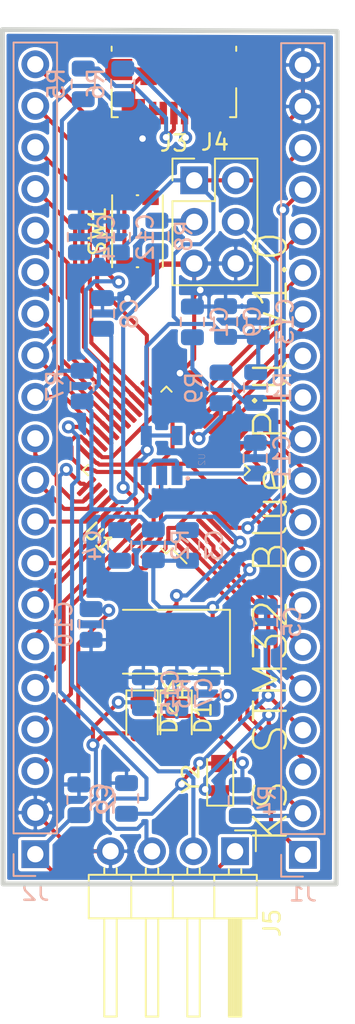
<source format=kicad_pcb>
(kicad_pcb (version 20171130) (host pcbnew "(5.1.6)-1")
  (layers (0 F.Cu signal) (31 B.Cu signal) (34 B.Paste user hide) (35 F.Paste user hide) (36 B.SilkS user hide) (37 F.SilkS user hide) (38 B.Mask user hide) (39 F.Mask user hide) (44 Edge.Cuts user))
  (net 0 "")
  (net 1 GND)
  (net 2 /RESET)
  (net 3 /3V3)
  (net 4 "Net-(C3-Pad2)")
  (net 5 /OSCIN)
  (net 6 /OSCOUT)
  (net 7 /PC14)
  (net 8 /PC15)
  (net 9 /5V)
  (net 10 "Net-(D1-Pad1)")
  (net 11 "Net-(D2-Pad1)")
  (net 12 /PB11)
  (net 13 /PB10)
  (net 14 /PB1)
  (net 15 /PB0)
  (net 16 /PA7)
  (net 17 /PA6)
  (net 18 /PA5)
  (net 19 /PA4)
  (net 20 /PA3)
  (net 21 /PA2)
  (net 22 /PA1)
  (net 23 /PA0)
  (net 24 /PC13)
  (net 25 /VBAT)
  (net 26 /PB12)
  (net 27 /PB13)
  (net 28 /PB14)
  (net 29 /PB15)
  (net 30 /PA8)
  (net 31 /PA9)
  (net 32 /PA10)
  (net 33 /PA11)
  (net 34 /PA12)
  (net 35 /PA15)
  (net 36 /PB3)
  (net 37 /PB4)
  (net 38 /PB5)
  (net 39 /PB6)
  (net 40 /PB7)
  (net 41 /PB8)
  (net 42 /PB9)
  (net 43 "Net-(J3-Pad6)")
  (net 44 "Net-(J3-Pad3)")
  (net 45 "Net-(J3-Pad2)")
  (net 46 "Net-(J4-Pad4)")
  (net 47 "Net-(J4-Pad3)")
  (net 48 /SWCLK)
  (net 49 /SWIO)
  (net 50 /BOOT0)
  (net 51 /BOOT1)
  (module Connector_USB:USB_Micro-B_Molex_47346-0001 (layer F.Cu) (at 130.43 63.61 180)
    (fp_text reference J3 (at 0 -3.3 180) (layer F.SilkS))
    (fp_text value USB_B_Micro)
    (pad 6 smd rect (at 1.55 1.2 180) (size 1 1.9) (layers F.Cu F.Paste F.Mask) (net 43 "Net-(J3-Pad6)"))
    (pad 6 smd rect (at -1.15 1.2 180) (size 1.8 1.9) (layers F.Cu F.Paste F.Mask) (net 43 "Net-(J3-Pad6)"))
    (pad 6 smd rect (at 3.375 1.2 180) (size 1.65 1.3) (layers F.Cu F.Paste F.Mask) (net 43 "Net-(J3-Pad6)"))
    (pad 6 smd rect (at -3.375 1.2 180) (size 1.65 1.3) (layers F.Cu F.Paste F.Mask) (net 43 "Net-(J3-Pad6)"))
    (pad 6 smd rect (at 2.4875 -1.375 180) (size 1.425 1.55) (layers F.Cu F.Paste F.Mask) (net 43 "Net-(J3-Pad6)"))
    (pad 6 smd rect (at -2.4875 -1.375 180) (size 1.425 1.55) (layers F.Cu F.Paste F.Mask) (net 43 "Net-(J3-Pad6)"))
    (pad 5 smd rect (at 1.3 -1.46 180) (size 0.45 1.38) (layers F.Cu F.Paste F.Mask) (net 1 GND))
    (pad 4 smd rect (at 0.65 -1.46 180) (size 0.45 1.38) (layers F.Cu F.Paste F.Mask) (net 1 GND))
    (pad 3 smd rect (at 0 -1.46 180) (size 0.45 1.38) (layers F.Cu F.Paste F.Mask) (net 44 "Net-(J3-Pad3)"))
    (pad 2 smd rect (at -0.65 -1.46 180) (size 0.45 1.38) (layers F.Cu F.Paste F.Mask) (net 45 "Net-(J3-Pad2)"))
    (pad 1 smd rect (at -1.3 -1.46 180) (size 0.45 1.38) (layers F.Cu F.Paste F.Mask) (net 9 /5V))
  )
  (module Button_Switch_SMD:SW_Push_1P1T_NO_CK_KMR2 (layer F.Cu) (at 128.2 72.29 90)
    (fp_text reference SW1 (at 0 -2.45 90) (layer F.SilkS))
    (fp_text value SW_MEC_5G)
    (pad 2 smd rect (at 2.05 0.8 90) (size 0.9 1) (layers F.Cu F.Paste F.Mask) (net 1 GND))
    (pad 1 smd rect (at 2.05 -0.8 90) (size 0.9 1) (layers F.Cu F.Paste F.Mask) (net 1 GND))
    (pad 2 smd rect (at -2.05 0.8 90) (size 0.9 1) (layers F.Cu F.Paste F.Mask) (net 1 GND))
    (pad 1 smd rect (at -2.05 -0.8 90) (size 0.9 1) (layers F.Cu F.Paste F.Mask) (net 1 GND))
  )
  (module Crystal:Crystal_SMD_2012-2Pin_2.0x1.2mm_HandSoldering (layer F.Cu) (at 133.26 105.735 90)
    (fp_text reference Y2 (at 0 -1.8 90) (layer F.SilkS))
    (fp_text value Crystal)
    (pad 2 smd rect (at 0.925 0 90) (size 1.05 1.1) (layers F.Cu F.Paste F.Mask) (net 8 /PC15))
    (pad 1 smd rect (at -0.925 0 90) (size 1.05 1.1) (layers F.Cu F.Paste F.Mask) (net 7 /PC14))
  )
  (module Crystal:Crystal_SMD_0603-2Pin_6.0x3.5mm (layer F.Cu) (at 130.51 97.37 180)
    (fp_text reference Y1 (at 0 -2.95) (layer F.SilkS))
    (fp_text value Crystal)
    (pad 2 smd rect (at 2.2 0 180) (size 1.9 2.5) (layers F.Cu F.Paste F.Mask) (net 6 /OSCOUT))
    (pad 1 smd rect (at -2.2 0 180) (size 1.9 2.5) (layers F.Cu F.Paste F.Mask) (net 5 /OSCIN))
  )
  (module STM32_blue_pill:SOT94P279X129-5N (layer B.Cu) (at 129.68 85.99 90)
    (fp_text reference U2 (at -0.250735 2.457239 90) (layer B.SilkS) (effects (font (size 0.394865 0.394865) (thickness 0.015)) (justify mirror)))
    (fp_text value RT9193-33GB)
    (pad 1 smd rect (at -1.22 0.94 90) (size 1.17 0.67) (layers B.Cu B.Paste B.Mask) (net 9 /5V))
    (pad 2 smd rect (at -1.22 0 90) (size 1.17 0.67) (layers B.Cu B.Paste B.Mask) (net 1 GND))
    (pad 3 smd rect (at -1.22 -0.94 90) (size 1.17 0.67) (layers B.Cu B.Paste B.Mask) (net 9 /5V))
    (pad 4 smd rect (at 1.22 -0.94 90) (size 1.17 0.67) (layers B.Cu B.Paste B.Mask) (net 3 /3V3))
    (pad 5 smd rect (at 1.22 0.94 90) (size 1.17 0.67) (layers B.Cu B.Paste B.Mask) (net 3 /3V3))
  )
  (module Package_QFP:LQFP-48_7x7mm_P0.5mm (layer F.Cu) (at 129.971212 86.882124 135)
    (fp_text reference U1 (at 0 -5.85 135) (layer F.SilkS))
    (fp_text value STM32F103C8Tx)
    (pad 48 smd roundrect (at -2.75 -4.1625 135) (size 0.3 1.475) (layers F.Cu F.Paste F.Mask) (net 3 /3V3))
    (pad 47 smd roundrect (at -2.25 -4.1625 135) (size 0.3 1.475) (layers F.Cu F.Paste F.Mask) (net 1 GND))
    (pad 46 smd roundrect (at -1.75 -4.1625 135) (size 0.3 1.475) (layers F.Cu F.Paste F.Mask) (net 42 /PB9))
    (pad 45 smd roundrect (at -1.25 -4.1625 135) (size 0.3 1.475) (layers F.Cu F.Paste F.Mask) (net 41 /PB8))
    (pad 44 smd roundrect (at -0.75 -4.1625 135) (size 0.3 1.475) (layers F.Cu F.Paste F.Mask) (net 50 /BOOT0))
    (pad 43 smd roundrect (at -0.25 -4.1625 135) (size 0.3 1.475) (layers F.Cu F.Paste F.Mask) (net 40 /PB7))
    (pad 42 smd roundrect (at 0.25 -4.1625 135) (size 0.3 1.475) (layers F.Cu F.Paste F.Mask) (net 39 /PB6))
    (pad 41 smd roundrect (at 0.75 -4.1625 135) (size 0.3 1.475) (layers F.Cu F.Paste F.Mask) (net 38 /PB5))
    (pad 40 smd roundrect (at 1.25 -4.1625 135) (size 0.3 1.475) (layers F.Cu F.Paste F.Mask) (net 37 /PB4))
    (pad 39 smd roundrect (at 1.75 -4.1625 135) (size 0.3 1.475) (layers F.Cu F.Paste F.Mask) (net 36 /PB3))
    (pad 38 smd roundrect (at 2.25 -4.1625 135) (size 0.3 1.475) (layers F.Cu F.Paste F.Mask) (net 35 /PA15))
    (pad 37 smd roundrect (at 2.75 -4.1625 135) (size 0.3 1.475) (layers F.Cu F.Paste F.Mask) (net 48 /SWCLK))
    (pad 36 smd roundrect (at 4.1625 -2.75 135) (size 1.475 0.3) (layers F.Cu F.Paste F.Mask) (net 3 /3V3))
    (pad 35 smd roundrect (at 4.1625 -2.25 135) (size 1.475 0.3) (layers F.Cu F.Paste F.Mask) (net 1 GND))
    (pad 34 smd roundrect (at 4.1625 -1.75 135) (size 1.475 0.3) (layers F.Cu F.Paste F.Mask) (net 49 /SWIO))
    (pad 33 smd roundrect (at 4.1625 -1.25 135) (size 1.475 0.3) (layers F.Cu F.Paste F.Mask) (net 34 /PA12))
    (pad 32 smd roundrect (at 4.1625 -0.75 135) (size 1.475 0.3) (layers F.Cu F.Paste F.Mask) (net 33 /PA11))
    (pad 31 smd roundrect (at 4.1625 -0.25 135) (size 1.475 0.3) (layers F.Cu F.Paste F.Mask) (net 32 /PA10))
    (pad 30 smd roundrect (at 4.1625 0.25 135) (size 1.475 0.3) (layers F.Cu F.Paste F.Mask) (net 31 /PA9))
    (pad 29 smd roundrect (at 4.1625 0.75 135) (size 1.475 0.3) (layers F.Cu F.Paste F.Mask) (net 30 /PA8))
    (pad 28 smd roundrect (at 4.1625 1.25 135) (size 1.475 0.3) (layers F.Cu F.Paste F.Mask) (net 29 /PB15))
    (pad 27 smd roundrect (at 4.1625 1.75 135) (size 1.475 0.3) (layers F.Cu F.Paste F.Mask) (net 28 /PB14))
    (pad 26 smd roundrect (at 4.1625 2.25 135) (size 1.475 0.3) (layers F.Cu F.Paste F.Mask) (net 27 /PB13))
    (pad 25 smd roundrect (at 4.1625 2.75 135) (size 1.475 0.3) (layers F.Cu F.Paste F.Mask) (net 26 /PB12))
    (pad 24 smd roundrect (at 2.75 4.1625 135) (size 0.3 1.475) (layers F.Cu F.Paste F.Mask) (net 3 /3V3))
    (pad 23 smd roundrect (at 2.25 4.1625 135) (size 0.3 1.475) (layers F.Cu F.Paste F.Mask) (net 1 GND))
    (pad 22 smd roundrect (at 1.75 4.1625 135) (size 0.3 1.475) (layers F.Cu F.Paste F.Mask) (net 12 /PB11))
    (pad 21 smd roundrect (at 1.25 4.1625 135) (size 0.3 1.475) (layers F.Cu F.Paste F.Mask) (net 13 /PB10))
    (pad 20 smd roundrect (at 0.75 4.1625 135) (size 0.3 1.475) (layers F.Cu F.Paste F.Mask) (net 51 /BOOT1))
    (pad 19 smd roundrect (at 0.25 4.1625 135) (size 0.3 1.475) (layers F.Cu F.Paste F.Mask) (net 14 /PB1))
    (pad 18 smd roundrect (at -0.25 4.1625 135) (size 0.3 1.475) (layers F.Cu F.Paste F.Mask) (net 15 /PB0))
    (pad 17 smd roundrect (at -0.75 4.1625 135) (size 0.3 1.475) (layers F.Cu F.Paste F.Mask) (net 16 /PA7))
    (pad 16 smd roundrect (at -1.25 4.1625 135) (size 0.3 1.475) (layers F.Cu F.Paste F.Mask) (net 17 /PA6))
    (pad 15 smd roundrect (at -1.75 4.1625 135) (size 0.3 1.475) (layers F.Cu F.Paste F.Mask) (net 18 /PA5))
    (pad 14 smd roundrect (at -2.25 4.1625 135) (size 0.3 1.475) (layers F.Cu F.Paste F.Mask) (net 19 /PA4))
    (pad 13 smd roundrect (at -2.75 4.1625 135) (size 0.3 1.475) (layers F.Cu F.Paste F.Mask) (net 20 /PA3))
    (pad 12 smd roundrect (at -4.1625 2.75 135) (size 1.475 0.3) (layers F.Cu F.Paste F.Mask) (net 21 /PA2))
    (pad 11 smd roundrect (at -4.1625 2.25 135) (size 1.475 0.3) (layers F.Cu F.Paste F.Mask) (net 22 /PA1))
    (pad 10 smd roundrect (at -4.1625 1.75 135) (size 1.475 0.3) (layers F.Cu F.Paste F.Mask) (net 23 /PA0))
    (pad 9 smd roundrect (at -4.1625 1.25 135) (size 1.475 0.3) (layers F.Cu F.Paste F.Mask) (net 3 /3V3))
    (pad 8 smd roundrect (at -4.1625 0.75 135) (size 1.475 0.3) (layers F.Cu F.Paste F.Mask) (net 1 GND))
    (pad 7 smd roundrect (at -4.1625 0.25 135) (size 1.475 0.3) (layers F.Cu F.Paste F.Mask) (net 2 /RESET))
    (pad 6 smd roundrect (at -4.1625 -0.25 135) (size 1.475 0.3) (layers F.Cu F.Paste F.Mask) (net 6 /OSCOUT))
    (pad 5 smd roundrect (at -4.1625 -0.75 135) (size 1.475 0.3) (layers F.Cu F.Paste F.Mask) (net 5 /OSCIN))
    (pad 4 smd roundrect (at -4.1625 -1.25 135) (size 1.475 0.3) (layers F.Cu F.Paste F.Mask) (net 8 /PC15))
    (pad 3 smd roundrect (at -4.1625 -1.75 135) (size 1.475 0.3) (layers F.Cu F.Paste F.Mask) (net 7 /PC14))
    (pad 2 smd roundrect (at -4.1625 -2.25 135) (size 1.475 0.3) (layers F.Cu F.Paste F.Mask) (net 24 /PC13))
    (pad 1 smd roundrect (at -4.1625 -2.75 135) (size 1.475 0.3) (layers F.Cu F.Paste F.Mask) (net 25 /VBAT))
  )
  (module Resistor_SMD:R_0805_2012Metric (layer B.Cu) (at 133.31 81.86 270)
    (fp_text reference R9 (at 0 1.65 90) (layer B.SilkS) (effects (justify mirror)))
    (fp_text value R)
    (pad 2 smd roundrect (at 0.9375 0 270) (size 0.975 1.4) (layers B.Cu B.Paste B.Mask) (net 51 /BOOT1))
    (pad 1 smd roundrect (at -0.9375 0 270) (size 0.975 1.4) (layers B.Cu B.Paste B.Mask) (net 46 "Net-(J4-Pad4)"))
  )
  (module Resistor_SMD:R_0805_2012Metric (layer B.Cu) (at 129.39 72.58 90)
    (fp_text reference R8 (at 0 1.65 90) (layer B.SilkS) (effects (justify mirror)))
    (fp_text value R)
    (pad 2 smd roundrect (at 0.9375 0 90) (size 0.975 1.4) (layers B.Cu B.Paste B.Mask) (net 47 "Net-(J4-Pad3)"))
    (pad 1 smd roundrect (at -0.9375 0 90) (size 0.975 1.4) (layers B.Cu B.Paste B.Mask) (net 50 /BOOT0))
  )
  (module Resistor_SMD:R_0805_2012Metric (layer B.Cu) (at 124.81 81.7525 270)
    (fp_text reference R7 (at 0 1.65 90) (layer B.SilkS) (effects (justify mirror)))
    (fp_text value R)
    (pad 2 smd roundrect (at 0.9375 0 270) (size 0.975 1.4) (layers B.Cu B.Paste B.Mask) (net 9 /5V))
    (pad 1 smd roundrect (at -0.9375 0 270) (size 0.975 1.4) (layers B.Cu B.Paste B.Mask) (net 34 /PA12))
  )
  (module Resistor_SMD:R_0805_2012Metric (layer B.Cu) (at 127.3 63.29 270)
    (fp_text reference R6 (at 0 1.65 90) (layer B.SilkS) (effects (justify mirror)))
    (fp_text value R)
    (pad 2 smd roundrect (at 0.9375 0 270) (size 0.975 1.4) (layers B.Cu B.Paste B.Mask) (net 33 /PA11))
    (pad 1 smd roundrect (at -0.9375 0 270) (size 0.975 1.4) (layers B.Cu B.Paste B.Mask) (net 45 "Net-(J3-Pad2)"))
  )
  (module Resistor_SMD:R_0805_2012Metric (layer B.Cu) (at 124.88 63.2875 270)
    (fp_text reference R5 (at 0 1.65 90) (layer B.SilkS) (effects (justify mirror)))
    (fp_text value R)
    (pad 2 smd roundrect (at 0.9375 0 270) (size 0.975 1.4) (layers B.Cu B.Paste B.Mask) (net 34 /PA12))
    (pad 1 smd roundrect (at -0.9375 0 270) (size 0.975 1.4) (layers B.Cu B.Paste B.Mask) (net 44 "Net-(J3-Pad3)"))
  )
  (module Resistor_SMD:R_0805_2012Metric (layer B.Cu) (at 134.49 107.0725 90)
    (fp_text reference R4 (at 0 1.65 90) (layer B.SilkS) (effects (justify mirror)))
    (fp_text value R)
    (pad 2 smd roundrect (at 0.9375 0 90) (size 0.975 1.4) (layers B.Cu B.Paste B.Mask) (net 11 "Net-(D2-Pad1)"))
    (pad 1 smd roundrect (at -0.9375 0 90) (size 0.975 1.4) (layers B.Cu B.Paste B.Mask) (net 24 /PC13))
  )
  (module Resistor_SMD:R_0805_2012Metric (layer B.Cu) (at 132.58 100.5275 270)
    (fp_text reference R3 (at 0 1.65 90) (layer B.SilkS) (effects (justify mirror)))
    (fp_text value R)
    (pad 2 smd roundrect (at 0.9375 0 270) (size 0.975 1.4) (layers B.Cu B.Paste B.Mask) (net 10 "Net-(D1-Pad1)"))
    (pad 1 smd roundrect (at -0.9375 0 270) (size 0.975 1.4) (layers B.Cu B.Paste B.Mask) (net 1 GND))
  )
  (module Resistor_SMD:R_0805_2012Metric (layer B.Cu) (at 129.17 91.4525 90)
    (fp_text reference R2 (at 0 1.65 90) (layer B.SilkS) (effects (justify mirror)))
    (fp_text value R)
    (pad 2 smd roundrect (at 0.9375 0 90) (size 0.975 1.4) (layers B.Cu B.Paste B.Mask) (net 6 /OSCOUT))
    (pad 1 smd roundrect (at -0.9375 0 90) (size 0.975 1.4) (layers B.Cu B.Paste B.Mask) (net 5 /OSCIN))
  )
  (module Resistor_SMD:R_0805_2012Metric (layer B.Cu) (at 135.43 81.84 90)
    (fp_text reference R1 (at 0 1.65 90) (layer B.SilkS) (effects (justify mirror)))
    (fp_text value R)
    (pad 2 smd roundrect (at 0.9375 0 90) (size 0.975 1.4) (layers B.Cu B.Paste B.Mask) (net 3 /3V3))
    (pad 1 smd roundrect (at -0.9375 0 90) (size 0.975 1.4) (layers B.Cu B.Paste B.Mask) (net 2 /RESET))
  )
  (module Connector_PinHeader_2.54mm:PinHeader_1x04_P2.54mm_Horizontal (layer F.Cu) (at 134.17 110.17 270)
    (fp_text reference J5 (at 4.385 -2.27 90) (layer F.SilkS))
    (fp_text value Conn_01x04)
    (pad 4 thru_hole oval (at 0 7.62 270) (size 1.7 1.7) (drill 1) (layers *.Cu *.Mask) (net 1 GND))
    (pad 3 thru_hole oval (at 0 5.08 270) (size 1.7 1.7) (drill 1) (layers *.Cu *.Mask) (net 48 /SWCLK))
    (pad 2 thru_hole oval (at 0 2.54 270) (size 1.7 1.7) (drill 1) (layers *.Cu *.Mask) (net 49 /SWIO))
    (pad 1 thru_hole rect (at 0 0 270) (size 1.7 1.7) (drill 1) (layers *.Cu *.Mask) (net 3 /3V3))
  )
  (module Connector_PinHeader_2.54mm:PinHeader_2x03_P2.54mm_Vertical (layer F.Cu) (at 131.67 69.18)
    (fp_text reference J4 (at 1.27 -2.33) (layer F.SilkS))
    (fp_text value Conn_02x03_Odd_Even)
    (pad 6 thru_hole oval (at 2.54 5.08) (size 1.7 1.7) (drill 1) (layers *.Cu *.Mask) (net 1 GND))
    (pad 5 thru_hole oval (at 0 5.08) (size 1.7 1.7) (drill 1) (layers *.Cu *.Mask) (net 1 GND))
    (pad 4 thru_hole oval (at 2.54 2.54) (size 1.7 1.7) (drill 1) (layers *.Cu *.Mask) (net 46 "Net-(J4-Pad4)"))
    (pad 3 thru_hole oval (at 0 2.54) (size 1.7 1.7) (drill 1) (layers *.Cu *.Mask) (net 47 "Net-(J4-Pad3)"))
    (pad 2 thru_hole oval (at 2.54 0) (size 1.7 1.7) (drill 1) (layers *.Cu *.Mask) (net 3 /3V3))
    (pad 1 thru_hole rect (at 0 0) (size 1.7 1.7) (drill 1) (layers *.Cu *.Mask) (net 3 /3V3))
  )
  (module Connector_PinHeader_2.54mm:PinHeader_1x20_P2.54mm_Vertical (layer B.Cu) (at 121.95 110.35)
    (fp_text reference J2 (at 0 2.33) (layer B.SilkS) (effects (justify mirror)))
    (fp_text value Conn_01x20)
    (pad 20 thru_hole oval (at 0 -48.26) (size 1.7 1.7) (drill 1) (layers *.Cu *.Mask) (net 26 /PB12))
    (pad 19 thru_hole oval (at 0 -45.72) (size 1.7 1.7) (drill 1) (layers *.Cu *.Mask) (net 27 /PB13))
    (pad 18 thru_hole oval (at 0 -43.18) (size 1.7 1.7) (drill 1) (layers *.Cu *.Mask) (net 28 /PB14))
    (pad 17 thru_hole oval (at 0 -40.64) (size 1.7 1.7) (drill 1) (layers *.Cu *.Mask) (net 29 /PB15))
    (pad 16 thru_hole oval (at 0 -38.1) (size 1.7 1.7) (drill 1) (layers *.Cu *.Mask) (net 30 /PA8))
    (pad 15 thru_hole oval (at 0 -35.56) (size 1.7 1.7) (drill 1) (layers *.Cu *.Mask) (net 31 /PA9))
    (pad 14 thru_hole oval (at 0 -33.02) (size 1.7 1.7) (drill 1) (layers *.Cu *.Mask) (net 32 /PA10))
    (pad 13 thru_hole oval (at 0 -30.48) (size 1.7 1.7) (drill 1) (layers *.Cu *.Mask) (net 33 /PA11))
    (pad 12 thru_hole oval (at 0 -27.94) (size 1.7 1.7) (drill 1) (layers *.Cu *.Mask) (net 34 /PA12))
    (pad 11 thru_hole oval (at 0 -25.4) (size 1.7 1.7) (drill 1) (layers *.Cu *.Mask) (net 35 /PA15))
    (pad 10 thru_hole oval (at 0 -22.86) (size 1.7 1.7) (drill 1) (layers *.Cu *.Mask) (net 36 /PB3))
    (pad 9 thru_hole oval (at 0 -20.32) (size 1.7 1.7) (drill 1) (layers *.Cu *.Mask) (net 37 /PB4))
    (pad 8 thru_hole oval (at 0 -17.78) (size 1.7 1.7) (drill 1) (layers *.Cu *.Mask) (net 38 /PB5))
    (pad 7 thru_hole oval (at 0 -15.24) (size 1.7 1.7) (drill 1) (layers *.Cu *.Mask) (net 39 /PB6))
    (pad 6 thru_hole oval (at 0 -12.7) (size 1.7 1.7) (drill 1) (layers *.Cu *.Mask) (net 40 /PB7))
    (pad 5 thru_hole oval (at 0 -10.16) (size 1.7 1.7) (drill 1) (layers *.Cu *.Mask) (net 41 /PB8))
    (pad 4 thru_hole oval (at 0 -7.62) (size 1.7 1.7) (drill 1) (layers *.Cu *.Mask) (net 42 /PB9))
    (pad 3 thru_hole oval (at 0 -5.08) (size 1.7 1.7) (drill 1) (layers *.Cu *.Mask) (net 9 /5V))
    (pad 2 thru_hole oval (at 0 -2.54) (size 1.7 1.7) (drill 1) (layers *.Cu *.Mask) (net 1 GND))
    (pad 1 thru_hole rect (at 0 0) (size 1.7 1.7) (drill 1) (layers *.Cu *.Mask) (net 3 /3V3))
  )
  (module Connector_PinHeader_2.54mm:PinHeader_1x20_P2.54mm_Vertical (layer B.Cu) (at 138.32 110.39)
    (fp_text reference J1 (at 0 2.33) (layer B.SilkS) (effects (justify mirror)))
    (fp_text value Conn_01x20)
    (pad 20 thru_hole oval (at 0 -48.26) (size 1.7 1.7) (drill 1) (layers *.Cu *.Mask) (net 1 GND))
    (pad 19 thru_hole oval (at 0 -45.72) (size 1.7 1.7) (drill 1) (layers *.Cu *.Mask) (net 1 GND))
    (pad 18 thru_hole oval (at 0 -43.18) (size 1.7 1.7) (drill 1) (layers *.Cu *.Mask) (net 3 /3V3))
    (pad 17 thru_hole oval (at 0 -40.64) (size 1.7 1.7) (drill 1) (layers *.Cu *.Mask) (net 2 /RESET))
    (pad 16 thru_hole oval (at 0 -38.1) (size 1.7 1.7) (drill 1) (layers *.Cu *.Mask) (net 12 /PB11))
    (pad 15 thru_hole oval (at 0 -35.56) (size 1.7 1.7) (drill 1) (layers *.Cu *.Mask) (net 13 /PB10))
    (pad 14 thru_hole oval (at 0 -33.02) (size 1.7 1.7) (drill 1) (layers *.Cu *.Mask) (net 14 /PB1))
    (pad 13 thru_hole oval (at 0 -30.48) (size 1.7 1.7) (drill 1) (layers *.Cu *.Mask) (net 15 /PB0))
    (pad 12 thru_hole oval (at 0 -27.94) (size 1.7 1.7) (drill 1) (layers *.Cu *.Mask) (net 16 /PA7))
    (pad 11 thru_hole oval (at 0 -25.4) (size 1.7 1.7) (drill 1) (layers *.Cu *.Mask) (net 17 /PA6))
    (pad 10 thru_hole oval (at 0 -22.86) (size 1.7 1.7) (drill 1) (layers *.Cu *.Mask) (net 18 /PA5))
    (pad 9 thru_hole oval (at 0 -20.32) (size 1.7 1.7) (drill 1) (layers *.Cu *.Mask) (net 19 /PA4))
    (pad 8 thru_hole oval (at 0 -17.78) (size 1.7 1.7) (drill 1) (layers *.Cu *.Mask) (net 20 /PA3))
    (pad 7 thru_hole oval (at 0 -15.24) (size 1.7 1.7) (drill 1) (layers *.Cu *.Mask) (net 21 /PA2))
    (pad 6 thru_hole oval (at 0 -12.7) (size 1.7 1.7) (drill 1) (layers *.Cu *.Mask) (net 22 /PA1))
    (pad 5 thru_hole oval (at 0 -10.16) (size 1.7 1.7) (drill 1) (layers *.Cu *.Mask) (net 23 /PA0))
    (pad 4 thru_hole oval (at 0 -7.62) (size 1.7 1.7) (drill 1) (layers *.Cu *.Mask) (net 8 /PC15))
    (pad 3 thru_hole oval (at 0 -5.08) (size 1.7 1.7) (drill 1) (layers *.Cu *.Mask) (net 7 /PC14))
    (pad 2 thru_hole oval (at 0 -2.54) (size 1.7 1.7) (drill 1) (layers *.Cu *.Mask) (net 24 /PC13))
    (pad 1 thru_hole rect (at 0 0) (size 1.7 1.7) (drill 1) (layers *.Cu *.Mask) (net 25 /VBAT))
  )
  (module LED_SMD:LED_0805_2012Metric (layer F.Cu) (at 128.48 102.03 270)
    (fp_text reference D2 (at 0 -1.65 90) (layer F.SilkS))
    (fp_text value LED)
    (pad 2 smd roundrect (at 0.9375 0 270) (size 0.975 1.4) (layers F.Cu F.Paste F.Mask) (net 3 /3V3))
    (pad 1 smd roundrect (at -0.9375 0 270) (size 0.975 1.4) (layers F.Cu F.Paste F.Mask) (net 11 "Net-(D2-Pad1)"))
  )
  (module LED_SMD:LED_0805_2012Metric (layer F.Cu) (at 130.56 102.0275 270)
    (fp_text reference D1 (at 0 -1.65 90) (layer F.SilkS))
    (fp_text value LED)
    (pad 2 smd roundrect (at 0.9375 0 270) (size 0.975 1.4) (layers F.Cu F.Paste F.Mask) (net 3 /3V3))
    (pad 1 smd roundrect (at -0.9375 0 270) (size 0.975 1.4) (layers F.Cu F.Paste F.Mask) (net 10 "Net-(D1-Pad1)"))
  )
  (module Capacitor_SMD:C_0805_2012Metric (layer B.Cu) (at 128.56 100.4825 90)
    (fp_text reference C15 (at 0 1.65 90) (layer B.SilkS) (effects (justify mirror)))
    (fp_text value C)
    (pad 2 smd roundrect (at 0.9375 0 90) (size 0.975 1.4) (layers B.Cu B.Paste B.Mask) (net 1 GND))
    (pad 1 smd roundrect (at -0.9375 0 90) (size 0.975 1.4) (layers B.Cu B.Paste B.Mask) (net 3 /3V3))
  )
  (module Capacitor_SMD:C_0805_2012Metric (layer B.Cu) (at 124.65 72.6475 90)
    (fp_text reference C14 (at 0 1.65 90) (layer B.SilkS) (effects (justify mirror)))
    (fp_text value C)
    (pad 2 smd roundrect (at 0.9375 0 90) (size 0.975 1.4) (layers B.Cu B.Paste B.Mask) (net 1 GND))
    (pad 1 smd roundrect (at -0.9375 0 90) (size 0.975 1.4) (layers B.Cu B.Paste B.Mask) (net 3 /3V3))
  )
  (module Capacitor_SMD:C_0805_2012Metric (layer B.Cu) (at 135.59 77.8075 90)
    (fp_text reference C13 (at 0 1.65 90) (layer B.SilkS) (effects (justify mirror)))
    (fp_text value C)
    (pad 2 smd roundrect (at 0.9375 0 90) (size 0.975 1.4) (layers B.Cu B.Paste B.Mask) (net 1 GND))
    (pad 1 smd roundrect (at -0.9375 0 90) (size 0.975 1.4) (layers B.Cu B.Paste B.Mask) (net 3 /3V3))
  )
  (module Capacitor_SMD:C_0805_2012Metric (layer B.Cu) (at 127.03 72.6475 90)
    (fp_text reference C12 (at 0 1.65 90) (layer B.SilkS) (effects (justify mirror)))
    (fp_text value C)
    (pad 2 smd roundrect (at 0.9375 0 90) (size 0.975 1.4) (layers B.Cu B.Paste B.Mask) (net 1 GND))
    (pad 1 smd roundrect (at -0.9375 0 90) (size 0.975 1.4) (layers B.Cu B.Paste B.Mask) (net 3 /3V3))
  )
  (module Capacitor_SMD:C_0805_2012Metric (layer B.Cu) (at 135.4 86.1525 90)
    (fp_text reference C11 (at 0 1.65 90) (layer B.SilkS) (effects (justify mirror)))
    (fp_text value C)
    (pad 2 smd roundrect (at 0.9375 0 90) (size 0.975 1.4) (layers B.Cu B.Paste B.Mask) (net 1 GND))
    (pad 1 smd roundrect (at -0.9375 0 90) (size 0.975 1.4) (layers B.Cu B.Paste B.Mask) (net 9 /5V))
  )
  (module Capacitor_SMD:C_0805_2012Metric (layer B.Cu) (at 125.36 96.3125 270)
    (fp_text reference C10 (at 0 1.65 90) (layer B.SilkS) (effects (justify mirror)))
    (fp_text value C)
    (pad 2 smd roundrect (at 0.9375 0 270) (size 0.975 1.4) (layers B.Cu B.Paste B.Mask) (net 1 GND))
    (pad 1 smd roundrect (at -0.9375 0 270) (size 0.975 1.4) (layers B.Cu B.Paste B.Mask) (net 9 /5V))
  )
  (module Capacitor_SMD:C_0805_2012Metric (layer B.Cu) (at 133.59 77.8075 90)
    (fp_text reference C9 (at 0 1.65 90) (layer B.SilkS) (effects (justify mirror)))
    (fp_text value C)
    (pad 2 smd roundrect (at 0.9375 0 90) (size 0.975 1.4) (layers B.Cu B.Paste B.Mask) (net 1 GND))
    (pad 1 smd roundrect (at -0.9375 0 90) (size 0.975 1.4) (layers B.Cu B.Paste B.Mask) (net 3 /3V3))
  )
  (module Capacitor_SMD:C_0805_2012Metric (layer B.Cu) (at 126.06 77.31 90)
    (fp_text reference C8 (at 0 1.65 90) (layer B.SilkS) (effects (justify mirror)))
    (fp_text value C)
    (pad 2 smd roundrect (at 0.9375 0 90) (size 0.975 1.4) (layers B.Cu B.Paste B.Mask) (net 1 GND))
    (pad 1 smd roundrect (at -0.9375 0 90) (size 0.975 1.4) (layers B.Cu B.Paste B.Mask) (net 3 /3V3))
  )
  (module Capacitor_SMD:C_0805_2012Metric (layer B.Cu) (at 130.61 100.4975 90)
    (fp_text reference C7 (at 0 1.65 90) (layer B.SilkS) (effects (justify mirror)))
    (fp_text value C)
    (pad 2 smd roundrect (at 0.9375 0 90) (size 0.975 1.4) (layers B.Cu B.Paste B.Mask) (net 1 GND))
    (pad 1 smd roundrect (at -0.9375 0 90) (size 0.975 1.4) (layers B.Cu B.Paste B.Mask) (net 3 /3V3))
  )
  (module Capacitor_SMD:C_0805_2012Metric (layer B.Cu) (at 127.53 106.9425 270)
    (fp_text reference C6 (at 0 1.65 90) (layer B.SilkS) (effects (justify mirror)))
    (fp_text value C)
    (pad 2 smd roundrect (at 0.9375 0 270) (size 0.975 1.4) (layers B.Cu B.Paste B.Mask) (net 8 /PC15))
    (pad 1 smd roundrect (at -0.9375 0 270) (size 0.975 1.4) (layers B.Cu B.Paste B.Mask) (net 1 GND))
  )
  (module Capacitor_SMD:C_0805_2012Metric (layer B.Cu) (at 136.04 96.1625 90)
    (fp_text reference C5 (at 0 1.65 90) (layer B.SilkS) (effects (justify mirror)))
    (fp_text value C)
    (pad 2 smd roundrect (at 0.9375 0 90) (size 0.975 1.4) (layers B.Cu B.Paste B.Mask) (net 1 GND))
    (pad 1 smd roundrect (at -0.9375 0 90) (size 0.975 1.4) (layers B.Cu B.Paste B.Mask) (net 7 /PC14))
  )
  (module Capacitor_SMD:C_0805_2012Metric (layer B.Cu) (at 127.11 91.4825 270)
    (fp_text reference C4 (at 0 1.65 90) (layer B.SilkS) (effects (justify mirror)))
    (fp_text value C)
    (pad 2 smd roundrect (at 0.9375 0 270) (size 0.975 1.4) (layers B.Cu B.Paste B.Mask) (net 6 /OSCOUT))
    (pad 1 smd roundrect (at -0.9375 0 270) (size 0.975 1.4) (layers B.Cu B.Paste B.Mask) (net 4 "Net-(C3-Pad2)"))
  )
  (module Capacitor_SMD:C_0805_2012Metric (layer B.Cu) (at 131.26 91.4825 90)
    (fp_text reference C3 (at 0 1.65 90) (layer B.SilkS) (effects (justify mirror)))
    (fp_text value C)
    (pad 2 smd roundrect (at 0.9375 0 90) (size 0.975 1.4) (layers B.Cu B.Paste B.Mask) (net 4 "Net-(C3-Pad2)"))
    (pad 1 smd roundrect (at -0.9375 0 90) (size 0.975 1.4) (layers B.Cu B.Paste B.Mask) (net 5 /OSCIN))
  )
  (module Capacitor_SMD:C_0805_2012Metric (layer B.Cu) (at 124.62 107.0275 90)
    (fp_text reference C2 (at 0 1.65 90) (layer B.SilkS) (effects (justify mirror)))
    (fp_text value C)
    (pad 2 smd roundrect (at 0.9375 0 90) (size 0.975 1.4) (layers B.Cu B.Paste B.Mask) (net 1 GND))
    (pad 1 smd roundrect (at -0.9375 0 90) (size 0.975 1.4) (layers B.Cu B.Paste B.Mask) (net 3 /3V3))
  )
  (module Capacitor_SMD:C_0805_2012Metric (layer B.Cu) (at 131.56 77.83 90)
    (fp_text reference C1 (at 0 1.65 90) (layer B.SilkS) (effects (justify mirror)))
    (fp_text value C)
    (pad 2 smd roundrect (at 0.9375 0 90) (size 0.975 1.4) (layers B.Cu B.Paste B.Mask) (net 1 GND))
    (pad 1 smd roundrect (at -0.9375 0 90) (size 0.975 1.4) (layers B.Cu B.Paste B.Mask) (net 2 /RESET))
  )
  (gr_text "KS STM32 Blue Pill v1.0" (at 136.35 90.97 90) (layer F.SilkS) (effects (font (size 2 2))))
  (gr_line (start 119.94 59.97) (end 140.41 60.08) (layer Edge.Cuts) (width 0.3))
  (gr_line (start 140.35 112.17) (end 140.41 60.08) (layer Edge.Cuts) (width 0.3))
  (gr_line (start 119.98 112.17) (end 140.35 112.17) (layer Edge.Cuts) (width 0.3))
  (gr_line (start 119.94 59.97) (end 119.98 112.17) (layer Edge.Cuts) (width 0.3))
  (segment (start 138.32 64.67) (end 138.32 62.13) (width 0.25) (layer F.Cu) (net 1))
  (segment (start 131.67 74.26) (end 134.21 74.26) (width 0.25) (layer B.Cu) (net 1))
  (segment (start 124.31 110.17) (end 121.95 107.81) (width 0.25) (layer F.Cu) (net 1))
  (segment (start 126.55 110.17) (end 124.31 110.17) (width 0.25) (layer F.Cu) (net 1))
  (segment (start 129 74.34) (end 127.4 74.34) (width 0.25) (layer F.Cu) (net 1))
  (segment (start 129 70.24) (end 127.4 70.24) (width 0.25) (layer F.Cu) (net 1))
  (segment (start 131.59 74.34) (end 131.67 74.26) (width 0.25) (layer F.Cu) (net 1))
  (segment (start 129 74.34) (end 131.59 74.34) (width 0.25) (layer F.Cu) (net 1))
  (segment (start 127.4 74.34) (end 127.4 70.24) (width 0.25) (layer F.Cu) (net 1))
  (segment (start 128.605 99.59) (end 128.56 99.545) (width 0.25) (layer B.Cu) (net 1))
  (segment (start 132.58 99.59) (end 128.605 99.59) (width 0.25) (layer B.Cu) (net 1))
  (segment (start 123.67 106.09) (end 121.95 107.81) (width 0.25) (layer B.Cu) (net 1))
  (segment (start 124.62 106.09) (end 123.67 106.09) (width 0.25) (layer B.Cu) (net 1))
  (segment (start 135.5675 76.8925) (end 135.59 76.87) (width 0.25) (layer B.Cu) (net 1))
  (segment (start 131.56 76.8925) (end 135.5675 76.8925) (width 0.25) (layer B.Cu) (net 1))
  (segment (start 129.78 65.07) (end 129.13 65.07) (width 0.25) (layer F.Cu) (net 1))
  (segment (start 138.32 64.67) (end 134.999989 67.990011) (width 0.25) (layer F.Cu) (net 1))
  (segment (start 129 69.54) (end 129 70.24) (width 0.25) (layer F.Cu) (net 1))
  (segment (start 130.549989 67.990011) (end 129 69.54) (width 0.25) (layer F.Cu) (net 1))
  (segment (start 134.999989 67.990011) (end 130.549989 67.990011) (width 0.25) (layer F.Cu) (net 1))
  (segment (start 129.13 66.01) (end 128.51 66.63) (width 0.25) (layer F.Cu) (net 1))
  (segment (start 129.13 65.07) (end 129.13 66.01) (width 0.25) (layer F.Cu) (net 1))
  (via (at 128.51 66.63) (size 0.8) (drill 0.4) (layers F.Cu B.Cu) (net 1))
  (segment (start 129.73 74.26) (end 127.59 76.4) (width 0.25) (layer F.Cu) (net 1))
  (segment (start 131.67 74.26) (end 129.73 74.26) (width 0.25) (layer F.Cu) (net 1))
  (via (at 127.59 76.4) (size 0.8) (drill 0.4) (layers F.Cu B.Cu) (net 1))
  (segment (start 126.0875 76.4) (end 126.06 76.3725) (width 0.25) (layer B.Cu) (net 1))
  (segment (start 127.59 76.4) (end 126.0875 76.4) (width 0.25) (layer B.Cu) (net 1))
  (via (at 130.8 80.96) (size 0.8) (drill 0.4) (layers F.Cu B.Cu) (net 1))
  (segment (start 131.217253 81.072747) (end 130.912747 81.072747) (width 0.25) (layer F.Cu) (net 1))
  (segment (start 130.912747 81.072747) (end 130.8 80.96) (width 0.25) (layer F.Cu) (net 1))
  (segment (start 130.69 80.85) (end 130.69 80.56) (width 0.25) (layer B.Cu) (net 1))
  (segment (start 130.8 80.96) (end 130.69 80.85) (width 0.25) (layer B.Cu) (net 1))
  (segment (start 131.67 76.25) (end 132.04 75.88) (width 0.25) (layer F.Cu) (net 1))
  (segment (start 131.67 77.06) (end 131.67 76.25) (width 0.25) (layer F.Cu) (net 1))
  (via (at 132.04 75.88) (size 0.8) (drill 0.4) (layers F.Cu B.Cu) (net 1))
  (segment (start 131.67 74.26) (end 131.67 77.06) (width 0.25) (layer F.Cu) (net 1))
  (segment (start 132.04 76.4125) (end 131.56 76.8925) (width 0.25) (layer B.Cu) (net 1))
  (segment (start 132.04 75.88) (end 132.04 76.4125) (width 0.25) (layer B.Cu) (net 1))
  (segment (start 132.02 81.41) (end 132.02 81.651356) (width 0.25) (layer F.Cu) (net 1))
  (segment (start 131.52 80.91) (end 132.02 81.41) (width 0.25) (layer F.Cu) (net 1))
  (segment (start 131.217253 81.072747) (end 131.38 80.91) (width 0.25) (layer F.Cu) (net 1))
  (segment (start 132.02 81.651356) (end 131.323554 82.347802) (width 0.25) (layer F.Cu) (net 1))
  (segment (start 131.38 80.91) (end 131.52 80.91) (width 0.25) (layer F.Cu) (net 1))
  (segment (start 130.687253 81.072747) (end 131.217253 81.072747) (width 0.25) (layer F.Cu) (net 1))
  (segment (start 125.43689 85.529782) (end 125.47223 85.529782) (width 0.25) (layer F.Cu) (net 1))
  (segment (start 126.040177 86.097729) (end 126.652271 86.097729) (width 0.25) (layer F.Cu) (net 1))
  (segment (start 126.652271 86.097729) (end 129.893925 82.856075) (width 0.25) (layer F.Cu) (net 1))
  (segment (start 129.893925 81.866075) (end 130.687253 81.072747) (width 0.25) (layer F.Cu) (net 1))
  (segment (start 125.47223 85.529782) (end 126.040177 86.097729) (width 0.25) (layer F.Cu) (net 1))
  (segment (start 129.893925 82.856075) (end 129.893925 81.866075) (width 0.25) (layer F.Cu) (net 1))
  (segment (start 131.67 80.09) (end 130.8 80.96) (width 0.25) (layer F.Cu) (net 1))
  (segment (start 131.67 77.06) (end 131.67 80.09) (width 0.25) (layer F.Cu) (net 1))
  (segment (start 130.54 90.42) (end 132.36 88.6) (width 0.25) (layer F.Cu) (net 1))
  (segment (start 130.086839 90.42) (end 130.54 90.42) (width 0.25) (layer F.Cu) (net 1))
  (segment (start 130.086839 91.150543) (end 130.086839 90.42) (width 0.25) (layer F.Cu) (net 1))
  (segment (start 130.048499 91.188883) (end 130.086839 91.150543) (width 0.25) (layer F.Cu) (net 1))
  (segment (start 129.999998 91.272799) (end 130.048499 91.224298) (width 0.25) (layer F.Cu) (net 1))
  (segment (start 129.999998 91.343494) (end 129.999998 91.272799) (width 0.25) (layer F.Cu) (net 1))
  (segment (start 129.92 91.423493) (end 129.999998 91.343494) (width 0.25) (layer F.Cu) (net 1))
  (segment (start 129.92 91.67) (end 129.92 91.423493) (width 0.25) (layer F.Cu) (net 1))
  (segment (start 132.749748 88.6) (end 133.444874 89.295126) (width 0.25) (layer F.Cu) (net 1))
  (segment (start 130.048499 91.224298) (end 130.048499 91.188883) (width 0.25) (layer F.Cu) (net 1))
  (segment (start 128.3 92.88) (end 128.71 92.88) (width 0.25) (layer F.Cu) (net 1))
  (segment (start 128.61887 91.416446) (end 127.96 92.075316) (width 0.25) (layer F.Cu) (net 1))
  (segment (start 128.71 92.88) (end 129.92 91.67) (width 0.25) (layer F.Cu) (net 1))
  (segment (start 132.36 88.6) (end 132.749748 88.6) (width 0.25) (layer F.Cu) (net 1))
  (segment (start 127.96 92.075316) (end 127.96 92.54) (width 0.25) (layer F.Cu) (net 1))
  (segment (start 127.96 92.54) (end 128.3 92.88) (width 0.25) (layer F.Cu) (net 1))
  (segment (start 124.747108 84.84) (end 125.43689 85.529782) (width 0.25) (layer F.Cu) (net 1))
  (segment (start 124.39 84.84) (end 124.747108 84.84) (width 0.25) (layer F.Cu) (net 1))
  (segment (start 124 85.294958) (end 124 85.23) (width 0.25) (layer F.Cu) (net 1))
  (segment (start 124.161835 85.456793) (end 124 85.294958) (width 0.25) (layer F.Cu) (net 1))
  (segment (start 124.834837 86.804837) (end 124.161835 86.131835) (width 0.25) (layer F.Cu) (net 1))
  (segment (start 125.403768 86.804837) (end 124.834837 86.804837) (width 0.25) (layer F.Cu) (net 1))
  (segment (start 125.500225 86.901294) (end 125.403768 86.804837) (width 0.25) (layer F.Cu) (net 1))
  (segment (start 125.570921 86.901294) (end 125.500225 86.901294) (width 0.25) (layer F.Cu) (net 1))
  (segment (start 125.664453 86.959411) (end 125.629038 86.959411) (width 0.25) (layer F.Cu) (net 1))
  (segment (start 124.161835 86.131835) (end 124.161835 85.456793) (width 0.25) (layer F.Cu) (net 1))
  (segment (start 124 85.23) (end 124.39 84.84) (width 0.25) (layer F.Cu) (net 1))
  (segment (start 127.440756 86.997752) (end 125.702794 86.997752) (width 0.25) (layer F.Cu) (net 1))
  (segment (start 125.629038 86.959411) (end 125.570921 86.901294) (width 0.25) (layer F.Cu) (net 1))
  (segment (start 128.61887 91.416446) (end 128.61887 91.381106) (width 0.25) (layer F.Cu) (net 1))
  (segment (start 128.61887 91.381106) (end 129.186818 90.813158) (width 0.25) (layer F.Cu) (net 1))
  (segment (start 129.186818 90.813158) (end 129.186818 88.743814) (width 0.25) (layer F.Cu) (net 1))
  (segment (start 129.186818 88.743814) (end 127.440756 86.997752) (width 0.25) (layer F.Cu) (net 1))
  (segment (start 125.702794 86.997752) (end 125.664453 86.959411) (width 0.25) (layer F.Cu) (net 1))
  (segment (start 138.32 69.75) (end 137.09 70.98) (width 0.25) (layer F.Cu) (net 2))
  (via (at 137.09 70.98) (size 0.8) (drill 0.4) (layers F.Cu B.Cu) (net 2))
  (segment (start 134.38133 90.408372) (end 134.947015 90.408372) (width 0.25) (layer F.Cu) (net 2))
  (segment (start 133.851014 90.408372) (end 134.38133 90.408372) (width 0.25) (layer F.Cu) (net 2))
  (segment (start 133.091321 89.648679) (end 133.851014 90.408372) (width 0.25) (layer F.Cu) (net 2))
  (via (at 134.947015 90.408372) (size 0.8) (drill 0.4) (layers F.Cu B.Cu) (net 2))
  (segment (start 137.09 70.98) (end 137.144999 71.034999) (width 0.25) (layer B.Cu) (net 2))
  (segment (start 137.144999 88.210388) (end 134.947015 90.408372) (width 0.25) (layer B.Cu) (net 2))
  (segment (start 135.43 82.7775) (end 136.927498 82.7775) (width 0.25) (layer B.Cu) (net 2))
  (segment (start 137.144999 71.034999) (end 137.144999 82.995001) (width 0.25) (layer B.Cu) (net 2))
  (segment (start 136.927498 82.7775) (end 137.144999 82.995001) (width 0.25) (layer B.Cu) (net 2))
  (segment (start 137.144999 82.995001) (end 137.144999 88.210388) (width 0.25) (layer B.Cu) (net 2))
  (segment (start 132.86814 81.98499) (end 131.56 80.67685) (width 0.25) (layer B.Cu) (net 2))
  (segment (start 134.00184 81.98499) (end 132.86814 81.98499) (width 0.25) (layer B.Cu) (net 2))
  (segment (start 134.79435 82.7775) (end 134.00184 81.98499) (width 0.25) (layer B.Cu) (net 2))
  (segment (start 135.43 82.7775) (end 134.79435 82.7775) (width 0.25) (layer B.Cu) (net 2))
  (segment (start 131.56 80.67685) (end 131.56 78.7675) (width 0.25) (layer B.Cu) (net 2))
  (segment (start 131.67 69.18) (end 134.21 69.18) (width 0.25) (layer F.Cu) (net 3))
  (segment (start 136.35 69.18) (end 138.32 67.21) (width 0.25) (layer F.Cu) (net 3))
  (segment (start 134.21 69.18) (end 136.35 69.18) (width 0.25) (layer F.Cu) (net 3))
  (segment (start 130.5575 102.9675) (end 130.56 102.965) (width 0.25) (layer F.Cu) (net 3))
  (segment (start 128.48 102.9675) (end 130.5575 102.9675) (width 0.25) (layer F.Cu) (net 3))
  (segment (start 131.352539 86.495685) (end 129.540371 86.495685) (width 0.25) (layer F.Cu) (net 3))
  (segment (start 133.798427 88.941573) (end 131.352539 86.495685) (width 0.25) (layer F.Cu) (net 3))
  (segment (start 129.540371 86.495685) (end 130.343936 85.69212) (width 0.25) (layer F.Cu) (net 3))
  (segment (start 130.343936 82.620312) (end 130.97 81.994248) (width 0.25) (layer F.Cu) (net 3))
  (segment (start 130.343936 85.69212) (end 130.343936 82.620312) (width 0.25) (layer F.Cu) (net 3))
  (segment (start 129.488317 86.547739) (end 129.540371 86.495685) (width 0.25) (layer F.Cu) (net 3))
  (segment (start 128.74 84.77) (end 130.62 84.77) (width 0.25) (layer B.Cu) (net 3))
  (segment (start 127.03 73.585) (end 124.65 73.585) (width 0.25) (layer B.Cu) (net 3))
  (segment (start 133.59 78.745) (end 135.59 78.745) (width 0.25) (layer B.Cu) (net 3))
  (segment (start 128.575 101.435) (end 128.56 101.42) (width 0.25) (layer B.Cu) (net 3))
  (segment (start 130.61 101.435) (end 128.575 101.435) (width 0.25) (layer B.Cu) (net 3))
  (segment (start 124.415 107.885) (end 121.95 110.35) (width 0.25) (layer B.Cu) (net 3))
  (segment (start 127.637739 86.547739) (end 129.488317 86.547739) (width 0.25) (layer F.Cu) (net 3))
  (segment (start 135.59 80.7425) (end 135.43 80.9025) (width 0.25) (layer B.Cu) (net 3))
  (segment (start 135.59 78.745) (end 135.59 80.7425) (width 0.25) (layer B.Cu) (net 3))
  (segment (start 130.34815 69.18) (end 131.67 69.18) (width 0.25) (layer B.Cu) (net 3))
  (segment (start 128.05501 71.47314) (end 130.34815 69.18) (width 0.25) (layer B.Cu) (net 3))
  (segment (start 128.05501 72.55999) (end 128.05501 71.47314) (width 0.25) (layer B.Cu) (net 3))
  (segment (start 127.03 73.585) (end 128.05501 72.55999) (width 0.25) (layer B.Cu) (net 3))
  (segment (start 132.79999 77.95499) (end 130.86816 77.95499) (width 0.25) (layer B.Cu) (net 3))
  (segment (start 133.59 78.745) (end 132.79999 77.95499) (width 0.25) (layer B.Cu) (net 3))
  (segment (start 130.61 101.435) (end 130.61 101.97) (width 0.25) (layer B.Cu) (net 3))
  (segment (start 132.044003 73.084999) (end 131.055001 73.084999) (width 0.25) (layer B.Cu) (net 3))
  (segment (start 132.845001 72.284001) (end 132.044003 73.084999) (width 0.25) (layer B.Cu) (net 3))
  (segment (start 131.67 69.18) (end 132.845001 70.355001) (width 0.25) (layer B.Cu) (net 3))
  (segment (start 132.845001 70.355001) (end 132.845001 72.284001) (width 0.25) (layer B.Cu) (net 3))
  (segment (start 130.41501 73.72499) (end 130.41501 77.50184) (width 0.25) (layer B.Cu) (net 3))
  (segment (start 130.41501 77.50184) (end 130.86816 77.95499) (width 0.25) (layer B.Cu) (net 3))
  (segment (start 131.055001 73.084999) (end 130.41501 73.72499) (width 0.25) (layer B.Cu) (net 3))
  (via (at 127.03 101.07) (size 0.8) (drill 0.4) (layers F.Cu B.Cu) (net 3))
  (segment (start 128.21 101.07) (end 128.56 101.42) (width 0.25) (layer B.Cu) (net 3))
  (segment (start 127.03 101.07) (end 128.21 101.07) (width 0.25) (layer B.Cu) (net 3))
  (segment (start 127.637739 86.547739) (end 128.534924 85.650554) (width 0.25) (layer F.Cu) (net 3))
  (segment (start 128.534924 85.650554) (end 128.79501 85.650554) (width 0.25) (layer F.Cu) (net 3))
  (segment (start 126.6 88.48) (end 126.952468 88.832468) (width 0.25) (layer B.Cu) (net 3))
  (segment (start 127.54247 88.832468) (end 128.079999 88.294939) (width 0.25) (layer B.Cu) (net 3))
  (segment (start 126.952468 88.832468) (end 127.54247 88.832468) (width 0.25) (layer B.Cu) (net 3))
  (segment (start 128.79501 85.947146) (end 128.79501 85.650554) (width 0.25) (layer B.Cu) (net 3))
  (segment (start 126.14 78.26) (end 126.6 78.72) (width 0.25) (layer B.Cu) (net 3))
  (segment (start 128.144999 86.299999) (end 128.442157 86.299999) (width 0.25) (layer B.Cu) (net 3))
  (segment (start 128.079999 86.364999) (end 128.144999 86.299999) (width 0.25) (layer B.Cu) (net 3))
  (segment (start 128.079999 88.294939) (end 128.079999 86.364999) (width 0.25) (layer B.Cu) (net 3))
  (segment (start 128.74 84.77) (end 128.74 85.595544) (width 0.25) (layer B.Cu) (net 3))
  (segment (start 128.74 85.595544) (end 128.79501 85.650554) (width 0.25) (layer B.Cu) (net 3))
  (segment (start 126.6 78.72) (end 126.6 88.48) (width 0.25) (layer B.Cu) (net 3))
  (segment (start 128.442157 86.299999) (end 128.79501 85.947146) (width 0.25) (layer B.Cu) (net 3))
  (via (at 128.79501 85.650554) (size 0.8) (drill 0.4) (layers F.Cu B.Cu) (net 3))
  (segment (start 130.86816 77.95499) (end 130.132008 77.95499) (width 0.25) (layer B.Cu) (net 3))
  (segment (start 128.74 79.346998) (end 128.74 84.77) (width 0.25) (layer B.Cu) (net 3))
  (segment (start 130.132008 77.95499) (end 128.74 79.346998) (width 0.25) (layer B.Cu) (net 3))
  (segment (start 126.173345 102.9675) (end 125.47499 103.665855) (width 0.25) (layer F.Cu) (net 3))
  (segment (start 127.03 101.07) (end 125.47499 102.62501) (width 0.25) (layer F.Cu) (net 3))
  (segment (start 128.48 102.9675) (end 126.173345 102.9675) (width 0.25) (layer F.Cu) (net 3))
  (segment (start 125.47499 102.62501) (end 125.47499 103.665855) (width 0.25) (layer F.Cu) (net 3))
  (segment (start 125.65499 106.93001) (end 125.65499 103.845855) (width 0.25) (layer B.Cu) (net 3))
  (segment (start 125.65499 103.845855) (end 125.47499 103.665855) (width 0.25) (layer B.Cu) (net 3))
  (segment (start 124.62 107.965) (end 125.65499 106.93001) (width 0.25) (layer B.Cu) (net 3))
  (via (at 125.47499 103.665855) (size 0.8) (drill 0.4) (layers F.Cu B.Cu) (net 3))
  (segment (start 128.972424 91.734658) (end 129.549989 91.157093) (width 0.25) (layer F.Cu) (net 3))
  (segment (start 129.549989 91.086398) (end 129.636829 90.999558) (width 0.25) (layer F.Cu) (net 3))
  (segment (start 129.636829 86.592143) (end 129.540371 86.495685) (width 0.25) (layer F.Cu) (net 3))
  (segment (start 129.549989 91.157093) (end 129.549989 91.086398) (width 0.25) (layer F.Cu) (net 3))
  (segment (start 128.972424 91.77) (end 128.972424 91.734658) (width 0.25) (layer F.Cu) (net 3))
  (segment (start 129.636829 90.999558) (end 129.636829 86.592143) (width 0.25) (layer F.Cu) (net 3))
  (segment (start 125.853777 86.547739) (end 127.637739 86.547739) (width 0.25) (layer F.Cu) (net 3))
  (segment (start 125.118678 85.883336) (end 125.686625 86.451283) (width 0.25) (layer F.Cu) (net 3))
  (segment (start 125.083336 85.883336) (end 125.118678 85.883336) (width 0.25) (layer F.Cu) (net 3))
  (segment (start 125.757321 86.451283) (end 125.853777 86.547739) (width 0.25) (layer F.Cu) (net 3))
  (segment (start 125.686625 86.451283) (end 125.757321 86.451283) (width 0.25) (layer F.Cu) (net 3))
  (segment (start 132.77 111.57) (end 134.17 110.17) (width 0.25) (layer F.Cu) (net 3))
  (segment (start 121.95 110.35) (end 123.17 111.57) (width 0.25) (layer F.Cu) (net 3))
  (segment (start 123.17 111.57) (end 132.77 111.57) (width 0.25) (layer F.Cu) (net 3))
  (segment (start 130.47749 91.32751) (end 131.26 90.545) (width 0.25) (layer B.Cu) (net 4))
  (segment (start 127.89251 91.32751) (end 130.47749 91.32751) (width 0.25) (layer B.Cu) (net 4))
  (segment (start 127.11 90.545) (end 127.89251 91.32751) (width 0.25) (layer B.Cu) (net 4))
  (via (at 132.8 95.27) (size 0.8) (drill 0.4) (layers F.Cu B.Cu) (net 5))
  (segment (start 132.8 97.28) (end 132.71 97.37) (width 0.25) (layer F.Cu) (net 5))
  (segment (start 132.8 95.27) (end 132.8 97.28) (width 0.25) (layer F.Cu) (net 5))
  (via (at 135.069956 92.969999) (size 0.8) (drill 0.4) (layers F.Cu B.Cu) (net 5))
  (segment (start 135.069956 93.000044) (end 135.069956 92.969999) (width 0.25) (layer B.Cu) (net 5))
  (segment (start 134.998427 92.969999) (end 135.069956 92.969999) (width 0.25) (layer F.Cu) (net 5))
  (segment (start 132.8 95.27) (end 135.069956 93.000044) (width 0.25) (layer B.Cu) (net 5))
  (segment (start 132.384214 90.355786) (end 134.998427 92.969999) (width 0.25) (layer F.Cu) (net 5))
  (segment (start 129.17 92.39) (end 129.17 94.86) (width 0.25) (layer B.Cu) (net 5))
  (segment (start 129.58 95.27) (end 132.8 95.27) (width 0.25) (layer B.Cu) (net 5))
  (segment (start 129.17 94.86) (end 129.58 95.27) (width 0.25) (layer B.Cu) (net 5))
  (segment (start 129.2 92.42) (end 129.17 92.39) (width 0.25) (layer B.Cu) (net 5))
  (segment (start 131.26 92.42) (end 129.2 92.42) (width 0.25) (layer B.Cu) (net 5))
  (segment (start 132.737767 90.002233) (end 134.023081 91.287547) (width 0.25) (layer F.Cu) (net 6))
  (segment (start 134.023081 91.287547) (end 134.47049 91.287547) (width 0.25) (layer F.Cu) (net 6))
  (via (at 134.47049 91.287547) (size 0.8) (drill 0.4) (layers F.Cu B.Cu) (net 6))
  (segment (start 132.915433 89.73249) (end 134.47049 91.287547) (width 0.25) (layer B.Cu) (net 6))
  (segment (start 129.95251 89.73249) (end 132.915433 89.73249) (width 0.25) (layer B.Cu) (net 6))
  (segment (start 129.17 90.515) (end 129.95251 89.73249) (width 0.25) (layer B.Cu) (net 6))
  (segment (start 134.47049 91.287547) (end 131.213047 94.54499) (width 0.25) (layer B.Cu) (net 6))
  (segment (start 131.213047 94.54499) (end 130.587756 94.54499) (width 0.25) (layer B.Cu) (net 6))
  (segment (start 130.587756 95.092244) (end 130.587756 94.54499) (width 0.25) (layer F.Cu) (net 6))
  (via (at 130.587756 94.54499) (size 0.8) (drill 0.4) (layers F.Cu B.Cu) (net 6))
  (segment (start 128.31 97.37) (end 130.587756 95.092244) (width 0.25) (layer F.Cu) (net 6))
  (segment (start 128.38749 89.73249) (end 129.17 90.515) (width 0.25) (layer B.Cu) (net 6))
  (segment (start 126.41816 89.73249) (end 128.38749 89.73249) (width 0.25) (layer B.Cu) (net 6))
  (segment (start 126.08499 90.06566) (end 126.41816 89.73249) (width 0.25) (layer B.Cu) (net 6))
  (segment (start 126.08499 91.39499) (end 126.08499 90.06566) (width 0.25) (layer B.Cu) (net 6))
  (segment (start 127.11 92.42) (end 126.08499 91.39499) (width 0.25) (layer B.Cu) (net 6))
  (segment (start 132.399823 91.926049) (end 132.420618 91.946844) (width 0.25) (layer F.Cu) (net 7))
  (via (at 136.23 101.84) (size 0.8) (drill 0.4) (layers F.Cu B.Cu) (net 7))
  (segment (start 135.470001 95.049416) (end 135.470001 101.080001) (width 0.25) (layer F.Cu) (net 7))
  (segment (start 131.677107 91.062893) (end 132.399823 91.785609) (width 0.25) (layer F.Cu) (net 7))
  (segment (start 132.399823 91.785609) (end 132.399823 91.926049) (width 0.25) (layer F.Cu) (net 7))
  (segment (start 135.470001 101.080001) (end 136.23 101.84) (width 0.25) (layer F.Cu) (net 7))
  (segment (start 132.420618 92.000033) (end 135.470001 95.049416) (width 0.25) (layer F.Cu) (net 7))
  (segment (start 132.420618 91.946844) (end 132.420618 92.000033) (width 0.25) (layer F.Cu) (net 7))
  (segment (start 136.04 97.1) (end 136.04 98.91) (width 0.25) (layer B.Cu) (net 7))
  (segment (start 137.144999 100.925001) (end 136.23 101.84) (width 0.25) (layer B.Cu) (net 7))
  (segment (start 137.144999 100.014999) (end 137.144999 100.925001) (width 0.25) (layer B.Cu) (net 7))
  (segment (start 136.04 98.91) (end 137.144999 100.014999) (width 0.25) (layer B.Cu) (net 7))
  (segment (start 138.32 104.495685) (end 136.23 102.405685) (width 0.25) (layer F.Cu) (net 7))
  (segment (start 136.23 102.405685) (end 136.23 101.84) (width 0.25) (layer F.Cu) (net 7))
  (segment (start 138.32 105.31) (end 138.32 104.495685) (width 0.25) (layer F.Cu) (net 7))
  (segment (start 136.23 101.84) (end 132.345885 105.724115) (width 0.25) (layer B.Cu) (net 7))
  (via (at 132.345885 106.387229) (size 0.8) (drill 0.4) (layers F.Cu B.Cu) (net 7))
  (segment (start 132.345885 105.724115) (end 132.345885 106.387229) (width 0.25) (layer B.Cu) (net 7))
  (segment (start 133.26 106.66) (end 132.618656 106.66) (width 0.25) (layer F.Cu) (net 7))
  (segment (start 132.618656 106.66) (end 132.345885 106.387229) (width 0.25) (layer F.Cu) (net 7))
  (segment (start 136.200033 95.143037) (end 136.200033 100.650033) (width 0.25) (layer F.Cu) (net 8))
  (segment (start 136.200033 100.650033) (end 138.32 102.77) (width 0.25) (layer F.Cu) (net 8))
  (segment (start 132.849834 91.792838) (end 136.200033 95.143037) (width 0.25) (layer F.Cu) (net 8))
  (segment (start 132.030661 90.709339) (end 132.849834 91.528512) (width 0.25) (layer F.Cu) (net 8))
  (segment (start 132.849834 91.528512) (end 132.849834 91.792838) (width 0.25) (layer F.Cu) (net 8))
  (via (at 136.200033 100.650033) (size 0.8) (drill 0.4) (layers F.Cu B.Cu) (net 8))
  (segment (start 132.060066 104.79) (end 132.010004 104.79) (width 0.25) (layer B.Cu) (net 8))
  (segment (start 127.53 107.88) (end 129.08 107.88) (width 0.25) (layer B.Cu) (net 8))
  (segment (start 129.08 107.88) (end 130.885876 106.074124) (width 0.25) (layer B.Cu) (net 8))
  (segment (start 130.895874 105.90413) (end 130.895874 106.074124) (width 0.25) (layer F.Cu) (net 8))
  (segment (start 132.010004 104.79) (end 130.895874 105.90413) (width 0.25) (layer F.Cu) (net 8))
  (segment (start 130.885876 106.074124) (end 130.895874 106.074124) (width 0.25) (layer B.Cu) (net 8))
  (via (at 130.895874 106.074124) (size 0.8) (drill 0.4) (layers F.Cu B.Cu) (net 8))
  (via (at 132.010004 104.79) (size 0.8) (drill 0.4) (layers F.Cu B.Cu) (net 8))
  (segment (start 133.26 104.81) (end 132.030004 104.81) (width 0.25) (layer F.Cu) (net 8))
  (segment (start 132.030004 104.81) (end 132.010004 104.79) (width 0.25) (layer F.Cu) (net 8))
  (segment (start 136.200033 100.650033) (end 132.060066 104.79) (width 0.25) (layer B.Cu) (net 8))
  (segment (start 130.74 87.09) (end 130.62 87.21) (width 0.25) (layer B.Cu) (net 9))
  (segment (start 135.4 87.09) (end 130.74 87.09) (width 0.25) (layer B.Cu) (net 9))
  (segment (start 125.457521 89.282479) (end 124.75 89.99) (width 0.25) (layer B.Cu) (net 9))
  (segment (start 124.75 94.765) (end 125.36 95.375) (width 0.25) (layer B.Cu) (net 9))
  (segment (start 124.75 89.99) (end 124.75 94.765) (width 0.25) (layer B.Cu) (net 9))
  (segment (start 125.384999 89.209957) (end 125.457521 89.282479) (width 0.25) (layer B.Cu) (net 9))
  (segment (start 124.81 82.69) (end 125.384999 83.264999) (width 0.25) (layer B.Cu) (net 9))
  (segment (start 125.384999 83.264999) (end 125.384999 89.209957) (width 0.25) (layer B.Cu) (net 9))
  (segment (start 124.58002 102.63998) (end 124.58002 97.48998) (width 0.25) (layer F.Cu) (net 9))
  (segment (start 121.95 105.27) (end 124.58002 102.63998) (width 0.25) (layer F.Cu) (net 9))
  (segment (start 124.58002 97.48998) (end 126.45 95.62) (width 0.25) (layer F.Cu) (net 9))
  (via (at 126.44 95.45) (size 0.8) (drill 0.4) (layers F.Cu B.Cu) (net 9))
  (segment (start 126.45 95.62) (end 126.45 95.46) (width 0.25) (layer F.Cu) (net 9))
  (segment (start 126.45 95.46) (end 126.44 95.45) (width 0.25) (layer F.Cu) (net 9))
  (segment (start 125.435 95.45) (end 125.36 95.375) (width 0.25) (layer B.Cu) (net 9))
  (segment (start 126.44 95.45) (end 125.435 95.45) (width 0.25) (layer B.Cu) (net 9))
  (segment (start 128.74 87.21) (end 128.74 88.57) (width 0.25) (layer B.Cu) (net 9))
  (segment (start 128.027521 89.282479) (end 125.457521 89.282479) (width 0.25) (layer B.Cu) (net 9))
  (segment (start 128.74 88.57) (end 128.027521 89.282479) (width 0.25) (layer B.Cu) (net 9))
  (segment (start 125.83501 80.33566) (end 125.03499 79.53564) (width 0.25) (layer B.Cu) (net 9))
  (segment (start 125.03499 75.89316) (end 125.57815 75.35) (width 0.25) (layer B.Cu) (net 9))
  (segment (start 125.03499 79.53564) (end 125.03499 75.89316) (width 0.25) (layer B.Cu) (net 9))
  (segment (start 127.0092 75.35) (end 127.049202 75.390002) (width 0.25) (layer B.Cu) (net 9))
  (segment (start 125.83501 81.66499) (end 125.83501 80.33566) (width 0.25) (layer B.Cu) (net 9))
  (segment (start 125.57815 75.35) (end 127.0092 75.35) (width 0.25) (layer B.Cu) (net 9))
  (segment (start 124.81 82.69) (end 125.83501 81.66499) (width 0.25) (layer B.Cu) (net 9))
  (via (at 127.049202 75.390002) (size 0.8) (drill 0.4) (layers F.Cu B.Cu) (net 9))
  (segment (start 128.33 67.54) (end 126.39 69.48) (width 0.25) (layer F.Cu) (net 9))
  (segment (start 126.915 75.390002) (end 127.049202 75.390002) (width 0.25) (layer F.Cu) (net 9))
  (segment (start 131.73 65.764999) (end 132.07 66.104999) (width 0.25) (layer F.Cu) (net 9))
  (segment (start 131.73 65.07) (end 131.73 65.764999) (width 0.25) (layer F.Cu) (net 9))
  (segment (start 132.07 66.104999) (end 132.07 66.91) (width 0.25) (layer F.Cu) (net 9))
  (segment (start 132.07 66.91) (end 131.44 67.54) (width 0.25) (layer F.Cu) (net 9))
  (segment (start 126.39 74.865002) (end 126.915 75.390002) (width 0.25) (layer F.Cu) (net 9))
  (segment (start 126.39 69.48) (end 126.39 74.865002) (width 0.25) (layer F.Cu) (net 9))
  (segment (start 131.44 67.54) (end 128.33 67.54) (width 0.25) (layer F.Cu) (net 9))
  (segment (start 130.544999 86.299999) (end 129.188567 86.299999) (width 0.25) (layer B.Cu) (net 9))
  (segment (start 129.188567 86.299999) (end 128.74 86.748566) (width 0.25) (layer B.Cu) (net 9))
  (segment (start 128.74 86.748566) (end 128.74 87.21) (width 0.25) (layer B.Cu) (net 9))
  (segment (start 130.62 87.21) (end 130.62 86.375) (width 0.25) (layer B.Cu) (net 9))
  (segment (start 130.62 86.375) (end 130.544999 86.299999) (width 0.25) (layer B.Cu) (net 9))
  (segment (start 132.58 101.465) (end 133.365 100.68) (width 0.25) (layer B.Cu) (net 10))
  (via (at 133.69 100.66) (size 0.8) (drill 0.4) (layers F.Cu B.Cu) (net 10))
  (segment (start 133.365 100.68) (end 133.385 100.66) (width 0.25) (layer B.Cu) (net 10))
  (segment (start 133.385 100.66) (end 133.69 100.66) (width 0.25) (layer B.Cu) (net 10))
  (segment (start 130.99 100.66) (end 130.56 101.09) (width 0.25) (layer F.Cu) (net 10))
  (segment (start 133.69 100.66) (end 130.99 100.66) (width 0.25) (layer F.Cu) (net 10))
  (segment (start 134.135001 104.024999) (end 134.135001 104.535001) (width 0.25) (layer F.Cu) (net 11))
  (segment (start 132.012512 101.90251) (end 134.135001 104.024999) (width 0.25) (layer F.Cu) (net 11))
  (segment (start 128.48 101.0925) (end 129.29001 101.90251) (width 0.25) (layer F.Cu) (net 11))
  (segment (start 129.29001 101.90251) (end 132.012512 101.90251) (width 0.25) (layer F.Cu) (net 11))
  (via (at 134.62 104.77) (size 0.8) (drill 0.4) (layers F.Cu B.Cu) (net 11))
  (segment (start 134.37 104.77) (end 134.62 104.77) (width 0.25) (layer F.Cu) (net 11))
  (segment (start 134.135001 104.535001) (end 134.37 104.77) (width 0.25) (layer F.Cu) (net 11))
  (segment (start 134.62 106.005) (end 134.49 106.135) (width 0.25) (layer B.Cu) (net 11))
  (segment (start 134.62 104.77) (end 134.62 106.005) (width 0.25) (layer B.Cu) (net 11))
  (segment (start 138.32 72.29) (end 136.694988 73.915012) (width 0.25) (layer F.Cu) (net 12))
  (segment (start 136.694988 77.683474) (end 131.677107 82.701355) (width 0.25) (layer F.Cu) (net 12))
  (segment (start 136.694988 73.915012) (end 136.694988 77.683474) (width 0.25) (layer F.Cu) (net 12))
  (segment (start 137.144999 77.940571) (end 137.144999 76.005001) (width 0.25) (layer F.Cu) (net 13))
  (segment (start 137.144999 76.005001) (end 138.32 74.83) (width 0.25) (layer F.Cu) (net 13))
  (segment (start 132.030661 83.054909) (end 137.144999 77.940571) (width 0.25) (layer F.Cu) (net 13))
  (segment (start 138.32 78.179782) (end 138.32 77.37) (width 0.25) (layer F.Cu) (net 14))
  (segment (start 132.737767 83.762015) (end 138.32 78.179782) (width 0.25) (layer F.Cu) (net 14))
  (segment (start 137.29689 79.91) (end 138.32 79.91) (width 0.25) (layer F.Cu) (net 15))
  (segment (start 133.091321 84.115569) (end 137.29689 79.91) (width 0.25) (layer F.Cu) (net 15))
  (segment (start 135.463996 82.45) (end 138.32 82.45) (width 0.25) (layer F.Cu) (net 16))
  (segment (start 133.444874 84.469122) (end 135.463996 82.45) (width 0.25) (layer F.Cu) (net 16))
  (segment (start 133.798427 84.822675) (end 134.681124 83.939978) (width 0.25) (layer F.Cu) (net 17))
  (segment (start 137.269978 83.939978) (end 138.32 84.99) (width 0.25) (layer F.Cu) (net 17))
  (segment (start 134.681124 83.939978) (end 137.269978 83.939978) (width 0.25) (layer F.Cu) (net 17))
  (segment (start 138.32 86.793589) (end 138.32 87.53) (width 0.25) (layer F.Cu) (net 18))
  (segment (start 135.9164 84.389989) (end 138.32 86.793589) (width 0.25) (layer F.Cu) (net 18))
  (segment (start 134.151981 85.176229) (end 134.938221 84.389989) (width 0.25) (layer F.Cu) (net 18))
  (segment (start 134.938221 84.389989) (end 135.9164 84.389989) (width 0.25) (layer F.Cu) (net 18))
  (segment (start 135.73 84.84) (end 137.144999 86.254999) (width 0.25) (layer F.Cu) (net 19))
  (segment (start 137.144999 86.254999) (end 137.144999 88.894999) (width 0.25) (layer F.Cu) (net 19))
  (segment (start 134.505534 85.529782) (end 134.540876 85.529782) (width 0.25) (layer F.Cu) (net 19))
  (segment (start 137.144999 88.894999) (end 138.32 90.07) (width 0.25) (layer F.Cu) (net 19))
  (segment (start 134.540876 85.529782) (end 135.230658 84.84) (width 0.25) (layer F.Cu) (net 19))
  (segment (start 135.230658 84.84) (end 135.73 84.84) (width 0.25) (layer F.Cu) (net 19))
  (segment (start 135.877046 88.333158) (end 137.144999 89.60111) (width 0.25) (layer F.Cu) (net 20))
  (segment (start 138.32 91.737763) (end 138.32 92.61) (width 0.25) (layer F.Cu) (net 20))
  (segment (start 137.144999 89.60111) (end 137.144999 90.562762) (width 0.25) (layer F.Cu) (net 20))
  (segment (start 135.877046 86.901294) (end 135.877046 88.333158) (width 0.25) (layer F.Cu) (net 20))
  (segment (start 137.144999 90.562762) (end 138.32 91.737763) (width 0.25) (layer F.Cu) (net 20))
  (segment (start 134.859088 85.883336) (end 135.877046 86.901294) (width 0.25) (layer F.Cu) (net 20))
  (segment (start 134.859088 87.880912) (end 135.427035 88.448859) (width 0.25) (layer F.Cu) (net 21))
  (segment (start 135.427035 88.448859) (end 135.427035 88.519557) (width 0.25) (layer F.Cu) (net 21))
  (segment (start 136.694988 89.78751) (end 136.694988 93.524988) (width 0.25) (layer F.Cu) (net 21))
  (segment (start 136.694988 93.524988) (end 138.32 95.15) (width 0.25) (layer F.Cu) (net 21))
  (segment (start 135.427035 88.519557) (end 136.694988 89.78751) (width 0.25) (layer F.Cu) (net 21))
  (segment (start 136.244977 89.97391) (end 136.244977 93.809334) (width 0.25) (layer F.Cu) (net 22))
  (segment (start 136.244977 93.809334) (end 137.100055 94.664412) (width 0.25) (layer F.Cu) (net 22))
  (segment (start 134.505534 88.234466) (end 136.244977 89.97391) (width 0.25) (layer F.Cu) (net 22))
  (segment (start 137.100055 94.664412) (end 137.100055 96.470055) (width 0.25) (layer F.Cu) (net 22))
  (segment (start 137.100055 96.470055) (end 138.32 97.69) (width 0.25) (layer F.Cu) (net 22))
  (segment (start 136.650044 98.560044) (end 138.32 100.23) (width 0.25) (layer F.Cu) (net 23))
  (segment (start 135.794966 90.231004) (end 135.794966 93.995734) (width 0.25) (layer F.Cu) (net 23))
  (segment (start 134.151981 88.588019) (end 135.794966 90.231004) (width 0.25) (layer F.Cu) (net 23))
  (segment (start 135.794966 93.995734) (end 136.650044 94.850812) (width 0.25) (layer F.Cu) (net 23))
  (segment (start 136.650044 94.850812) (end 136.650044 98.560044) (width 0.25) (layer F.Cu) (net 23))
  (segment (start 138.16 108.01) (end 138.32 107.85) (width 0.25) (layer B.Cu) (net 24))
  (segment (start 134.49 108.01) (end 138.16 108.01) (width 0.25) (layer B.Cu) (net 24))
  (segment (start 136.94 106.47) (end 138.32 107.85) (width 0.25) (layer F.Cu) (net 24))
  (segment (start 136.94 103.86) (end 136.94 106.47) (width 0.25) (layer F.Cu) (net 24))
  (segment (start 131.970607 92.063499) (end 131.970607 92.186433) (width 0.25) (layer F.Cu) (net 24))
  (segment (start 131.323554 91.416446) (end 131.970607 92.063499) (width 0.25) (layer F.Cu) (net 24))
  (segment (start 134.924998 95.140824) (end 134.924998 101.844998) (width 0.25) (layer F.Cu) (net 24))
  (segment (start 131.970607 92.186433) (end 134.924998 95.140824) (width 0.25) (layer F.Cu) (net 24))
  (segment (start 134.924998 101.844998) (end 136.94 103.86) (width 0.25) (layer F.Cu) (net 24))
  (segment (start 136.37 108.44) (end 138.32 110.39) (width 0.25) (layer F.Cu) (net 25))
  (segment (start 130.97 91.982132) (end 134.474987 95.487119) (width 0.25) (layer F.Cu) (net 25))
  (segment (start 130.97 91.77) (end 130.97 91.982132) (width 0.25) (layer F.Cu) (net 25))
  (segment (start 134.474987 102.134987) (end 136.37 104.03) (width 0.25) (layer F.Cu) (net 25))
  (segment (start 134.474987 95.487119) (end 134.474987 102.134987) (width 0.25) (layer F.Cu) (net 25))
  (segment (start 136.37 104.03) (end 136.37 108.44) (width 0.25) (layer F.Cu) (net 25))
  (segment (start 128.774998 78.648919) (end 125.734225 75.608146) (width 0.25) (layer F.Cu) (net 26))
  (segment (start 125.734225 65.874225) (end 121.95 62.09) (width 0.25) (layer F.Cu) (net 26))
  (segment (start 128.774998 81.796822) (end 128.774998 78.648919) (width 0.25) (layer F.Cu) (net 26))
  (segment (start 125.734225 75.608146) (end 125.734225 65.874225) (width 0.25) (layer F.Cu) (net 26))
  (segment (start 128.972424 81.994248) (end 128.774998 81.796822) (width 0.25) (layer F.Cu) (net 26))
  (segment (start 128.61887 82.347802) (end 125.379989 79.108921) (width 0.25) (layer F.Cu) (net 27))
  (segment (start 125.379989 75.890321) (end 125.284214 75.794546) (width 0.25) (layer F.Cu) (net 27))
  (segment (start 125.284214 67.964214) (end 121.95 64.63) (width 0.25) (layer F.Cu) (net 27))
  (segment (start 125.379989 79.108921) (end 125.379989 75.890321) (width 0.25) (layer F.Cu) (net 27))
  (segment (start 125.284214 75.794546) (end 125.284214 67.964214) (width 0.25) (layer F.Cu) (net 27))
  (segment (start 124.834203 70.054203) (end 121.95 67.17) (width 0.25) (layer F.Cu) (net 28))
  (segment (start 124.834203 75.980946) (end 124.834203 70.054203) (width 0.25) (layer F.Cu) (net 28))
  (segment (start 124.925045 79.361083) (end 124.925045 76.071788) (width 0.25) (layer F.Cu) (net 28))
  (segment (start 124.925045 76.071788) (end 124.834203 75.980946) (width 0.25) (layer F.Cu) (net 28))
  (segment (start 128.265317 82.701355) (end 124.925045 79.361083) (width 0.25) (layer F.Cu) (net 28))
  (segment (start 124.475034 76.258188) (end 124.384192 76.167346) (width 0.25) (layer F.Cu) (net 29))
  (segment (start 124.475034 79.61818) (end 124.475034 76.258188) (width 0.25) (layer F.Cu) (net 29))
  (segment (start 124.384192 72.144192) (end 121.95 69.71) (width 0.25) (layer F.Cu) (net 29))
  (segment (start 124.384192 76.167346) (end 124.384192 72.144192) (width 0.25) (layer F.Cu) (net 29))
  (segment (start 127.911763 83.054909) (end 124.475034 79.61818) (width 0.25) (layer F.Cu) (net 29))
  (segment (start 124.025023 76.444588) (end 123.934181 76.353746) (width 0.25) (layer F.Cu) (net 30))
  (segment (start 124.025023 79.875275) (end 124.025023 76.444588) (width 0.25) (layer F.Cu) (net 30))
  (segment (start 123.934181 74.234181) (end 121.95 72.25) (width 0.25) (layer F.Cu) (net 30))
  (segment (start 127.55821 83.408462) (end 124.025023 79.875275) (width 0.25) (layer F.Cu) (net 30))
  (segment (start 123.93 74.238362) (end 123.934181 74.234181) (width 0.25) (layer F.Cu) (net 30))
  (segment (start 123.93 76.353746) (end 123.93 74.238362) (width 0.25) (layer F.Cu) (net 30))
  (segment (start 123.575012 80.13237) (end 123.575012 76.630988) (width 0.25) (layer F.Cu) (net 31))
  (segment (start 123.575012 76.630988) (end 121.95 75.005976) (width 0.25) (layer F.Cu) (net 31))
  (segment (start 121.95 75.005976) (end 121.95 74.79) (width 0.25) (layer F.Cu) (net 31))
  (segment (start 127.204657 83.762015) (end 123.575012 80.13237) (width 0.25) (layer F.Cu) (net 31))
  (segment (start 126.851103 84.115569) (end 123.125001 80.389467) (width 0.25) (layer F.Cu) (net 32))
  (segment (start 123.125001 80.389467) (end 123.125001 78.505001) (width 0.25) (layer F.Cu) (net 32))
  (segment (start 123.125001 78.505001) (end 121.95 77.33) (width 0.25) (layer F.Cu) (net 32))
  (segment (start 121.95 79.921572) (end 121.95 79.87) (width 0.25) (layer F.Cu) (net 33))
  (segment (start 126.49755 84.469122) (end 121.95 79.921572) (width 0.25) (layer F.Cu) (net 33))
  (segment (start 123.125001 64.475649) (end 123.125001 78.694999) (width 0.25) (layer B.Cu) (net 33))
  (segment (start 123.125001 78.694999) (end 121.95 79.87) (width 0.25) (layer B.Cu) (net 33))
  (segment (start 127.3 64.2275) (end 126.6 64.2275) (width 0.25) (layer B.Cu) (net 33))
  (segment (start 125.78499 63.41249) (end 124.18816 63.41249) (width 0.25) (layer B.Cu) (net 33))
  (segment (start 124.18816 63.41249) (end 123.125001 64.475649) (width 0.25) (layer B.Cu) (net 33))
  (segment (start 126.6 64.2275) (end 125.78499 63.41249) (width 0.25) (layer B.Cu) (net 33))
  (segment (start 123.731322 82.41) (end 121.95 82.41) (width 0.25) (layer F.Cu) (net 34))
  (segment (start 126.143997 84.822675) (end 123.731322 82.41) (width 0.25) (layer F.Cu) (net 34))
  (segment (start 123.545 80.815) (end 121.95 82.41) (width 0.25) (layer B.Cu) (net 34))
  (segment (start 124.81 80.815) (end 123.545 80.815) (width 0.25) (layer B.Cu) (net 34))
  (segment (start 123.575012 80.784988) (end 123.545 80.815) (width 0.25) (layer B.Cu) (net 34))
  (segment (start 124.88 64.225) (end 123.575012 65.529988) (width 0.25) (layer B.Cu) (net 34))
  (segment (start 123.575012 65.529988) (end 123.575012 80.784988) (width 0.25) (layer B.Cu) (net 34))
  (segment (start 121.95 85.96) (end 121.95 84.95) (width 0.25) (layer F.Cu) (net 35))
  (segment (start 122.304999 86.314999) (end 121.95 85.96) (width 0.25) (layer F.Cu) (net 35))
  (segment (start 123.125001 87.135001) (end 123.125001 86.925999) (width 0.25) (layer F.Cu) (net 35))
  (segment (start 122.514001 86.314999) (end 122.304999 86.314999) (width 0.25) (layer F.Cu) (net 35))
  (segment (start 124.868943 88.802413) (end 124.312413 88.802413) (width 0.25) (layer F.Cu) (net 35))
  (segment (start 123.125001 86.925999) (end 122.514001 86.314999) (width 0.25) (layer F.Cu) (net 35))
  (segment (start 125.43689 88.234466) (end 124.868943 88.802413) (width 0.25) (layer F.Cu) (net 35))
  (segment (start 123.26 87.27) (end 123.125001 87.135001) (width 0.25) (layer F.Cu) (net 35))
  (segment (start 123.26 87.75) (end 123.26 87.27) (width 0.25) (layer F.Cu) (net 35))
  (segment (start 124.312413 88.802413) (end 123.26 87.75) (width 0.25) (layer F.Cu) (net 35))
  (segment (start 125.126038 89.252424) (end 123.712424 89.252424) (width 0.25) (layer F.Cu) (net 36))
  (segment (start 125.790443 88.588019) (end 125.126038 89.252424) (width 0.25) (layer F.Cu) (net 36))
  (segment (start 123.712424 89.252424) (end 121.95 87.49) (width 0.25) (layer F.Cu) (net 36))
  (segment (start 126.108655 88.941573) (end 125.020228 90.03) (width 0.25) (layer F.Cu) (net 37))
  (segment (start 126.143997 88.941573) (end 126.108655 88.941573) (width 0.25) (layer F.Cu) (net 37))
  (segment (start 125.020228 90.03) (end 121.95 90.03) (width 0.25) (layer F.Cu) (net 37))
  (segment (start 123.222676 92.57) (end 121.95 92.57) (width 0.25) (layer F.Cu) (net 38))
  (segment (start 126.49755 89.295126) (end 123.222676 92.57) (width 0.25) (layer F.Cu) (net 38))
  (segment (start 121.95 94.549782) (end 121.95 95.11) (width 0.25) (layer F.Cu) (net 39))
  (segment (start 126.851103 89.648679) (end 121.95 94.549782) (width 0.25) (layer F.Cu) (net 39))
  (segment (start 123.2 95.73) (end 121.95 96.98) (width 0.25) (layer F.Cu) (net 40))
  (segment (start 121.95 96.98) (end 121.95 97.65) (width 0.25) (layer F.Cu) (net 40))
  (segment (start 127.204657 90.002233) (end 123.2 94.00689) (width 0.25) (layer F.Cu) (net 40))
  (segment (start 123.2 94.00689) (end 123.2 95.73) (width 0.25) (layer F.Cu) (net 40))
  (segment (start 123.68 98.46) (end 121.95 100.19) (width 0.25) (layer F.Cu) (net 41))
  (segment (start 127.911763 90.709339) (end 123.68 94.941102) (width 0.25) (layer F.Cu) (net 41))
  (segment (start 123.68 94.941102) (end 123.68 98.46) (width 0.25) (layer F.Cu) (net 41))
  (segment (start 128.265317 91.062893) (end 124.130009 95.198201) (width 0.25) (layer F.Cu) (net 42))
  (segment (start 124.130009 100.549991) (end 121.95 102.73) (width 0.25) (layer F.Cu) (net 42))
  (segment (start 124.130009 95.198201) (end 124.130009 100.549991) (width 0.25) (layer F.Cu) (net 42))
  (segment (start 127.055 62.41) (end 128.88 62.41) (width 0.25) (layer F.Cu) (net 43))
  (segment (start 128.88 62.41) (end 131.58 62.41) (width 0.25) (layer F.Cu) (net 43))
  (segment (start 131.58 62.41) (end 133.805 62.41) (width 0.25) (layer F.Cu) (net 43))
  (segment (start 127.9425 63.3475) (end 128.88 62.41) (width 0.25) (layer F.Cu) (net 43))
  (segment (start 127.9425 64.985) (end 127.9425 63.3475) (width 0.25) (layer F.Cu) (net 43))
  (segment (start 132.9175 63.7475) (end 131.58 62.41) (width 0.25) (layer F.Cu) (net 43))
  (segment (start 132.9175 64.985) (end 132.9175 63.7475) (width 0.25) (layer F.Cu) (net 43))
  (via (at 129.95 66.55) (size 0.8) (drill 0.4) (layers F.Cu B.Cu) (net 44))
  (segment (start 129.95 65.37315) (end 129.95 66.55) (width 0.25) (layer B.Cu) (net 44))
  (segment (start 130.43 65.07) (end 130.43 66.07) (width 0.25) (layer F.Cu) (net 44))
  (segment (start 124.88 62.35) (end 125.79315 62.35) (width 0.25) (layer B.Cu) (net 44))
  (segment (start 125.79315 62.35) (end 126.85814 63.41499) (width 0.25) (layer B.Cu) (net 44))
  (segment (start 130.43 66.07) (end 129.95 66.55) (width 0.25) (layer F.Cu) (net 44))
  (segment (start 126.85814 63.41499) (end 127.99184 63.41499) (width 0.25) (layer B.Cu) (net 44))
  (segment (start 127.99184 63.41499) (end 129.95 65.37315) (width 0.25) (layer B.Cu) (net 44))
  (segment (start 127.3 62.3525) (end 128 62.3525) (width 0.25) (layer B.Cu) (net 45))
  (segment (start 131.08 65.07) (end 131.08 66.495552) (width 0.25) (layer F.Cu) (net 45))
  (segment (start 131.150468 65.502968) (end 131.150468 66.56602) (width 0.25) (layer B.Cu) (net 45))
  (via (at 131.150468 66.56602) (size 0.8) (drill 0.4) (layers F.Cu B.Cu) (net 45))
  (segment (start 128 62.3525) (end 131.150468 65.502968) (width 0.25) (layer B.Cu) (net 45))
  (segment (start 131.08 66.495552) (end 131.150468 66.56602) (width 0.25) (layer F.Cu) (net 45))
  (segment (start 136.694988 74.204988) (end 136.694988 81.141862) (width 0.25) (layer B.Cu) (net 46))
  (segment (start 136.694988 81.141862) (end 135.99685 81.84) (width 0.25) (layer B.Cu) (net 46))
  (segment (start 134.493261 81.84) (end 133.575761 80.9225) (width 0.25) (layer B.Cu) (net 46))
  (segment (start 133.575761 80.9225) (end 133.31 80.9225) (width 0.25) (layer B.Cu) (net 46))
  (segment (start 134.21 71.72) (end 136.694988 74.204988) (width 0.25) (layer B.Cu) (net 46))
  (segment (start 135.99685 81.84) (end 134.493261 81.84) (width 0.25) (layer B.Cu) (net 46))
  (segment (start 131.5925 71.6425) (end 131.67 71.72) (width 0.25) (layer B.Cu) (net 47))
  (segment (start 129.39 71.6425) (end 131.5925 71.6425) (width 0.25) (layer B.Cu) (net 47))
  (via (at 123.845014 86.841016) (size 0.8) (drill 0.4) (layers F.Cu B.Cu) (net 48))
  (segment (start 123.845014 86.841016) (end 124.723998 87.72) (width 0.25) (layer F.Cu) (net 48))
  (segment (start 124.922424 87.72) (end 125.083336 87.880912) (width 0.25) (layer F.Cu) (net 48))
  (segment (start 124.723998 87.72) (end 124.922424 87.72) (width 0.25) (layer F.Cu) (net 48))
  (segment (start 123.445015 87.241015) (end 123.845014 86.841016) (width 0.25) (layer B.Cu) (net 48))
  (segment (start 123.445015 100.401425) (end 123.445015 87.241015) (width 0.25) (layer B.Cu) (net 48))
  (segment (start 128.75 106.93) (end 128.75 105.70641) (width 0.25) (layer B.Cu) (net 48))
  (segment (start 128.75 105.70641) (end 123.445015 100.401425) (width 0.25) (layer B.Cu) (net 48))
  (segment (start 128.71 106.97) (end 128.75 106.93) (width 0.25) (layer B.Cu) (net 48))
  (segment (start 128.28 106.97) (end 128.71 106.97) (width 0.25) (layer B.Cu) (net 48))
  (segment (start 128.55501 108.33001) (end 128.55501 108.44499) (width 0.25) (layer B.Cu) (net 48))
  (segment (start 128.75 108.33001) (end 128.55501 108.33001) (width 0.25) (layer B.Cu) (net 48))
  (segment (start 128.75 109.73565) (end 128.75 108.33001) (width 0.25) (layer B.Cu) (net 48))
  (segment (start 128.31565 110.17) (end 128.75 109.73565) (width 0.25) (layer B.Cu) (net 48))
  (segment (start 129.09 110.17) (end 128.31565 110.17) (width 0.25) (layer B.Cu) (net 48))
  (segment (start 128.55501 108.44499) (end 128.2 108.8) (width 0.25) (layer B.Cu) (net 48))
  (segment (start 128.26 106.95) (end 128.28 106.97) (width 0.25) (layer B.Cu) (net 48))
  (segment (start 126.38 108.3) (end 126.38 107.41) (width 0.25) (layer B.Cu) (net 48))
  (segment (start 126.88 108.8) (end 126.38 108.3) (width 0.25) (layer B.Cu) (net 48))
  (segment (start 126.38 107.41) (end 126.84 106.95) (width 0.25) (layer B.Cu) (net 48))
  (segment (start 128.2 108.8) (end 126.88 108.8) (width 0.25) (layer B.Cu) (net 48))
  (segment (start 126.84 106.95) (end 128.26 106.95) (width 0.25) (layer B.Cu) (net 48))
  (segment (start 124.198013 87.794993) (end 124.575013 87.417993) (width 0.25) (layer B.Cu) (net 49))
  (segment (start 124.575013 84.841789) (end 123.977204 84.24398) (width 0.25) (layer B.Cu) (net 49))
  (segment (start 131.19 105.29) (end 129.47 105.29) (width 0.25) (layer B.Cu) (net 49))
  (segment (start 131.63 110.17) (end 131.620875 110.160875) (width 0.25) (layer B.Cu) (net 49))
  (segment (start 131.620875 105.720875) (end 131.19 105.29) (width 0.25) (layer B.Cu) (net 49))
  (segment (start 129.47 105.29) (end 124.198013 100.018013) (width 0.25) (layer B.Cu) (net 49))
  (segment (start 124.575013 87.417993) (end 124.575013 84.841789) (width 0.25) (layer B.Cu) (net 49))
  (segment (start 124.198013 100.018013) (end 124.198013 87.794993) (width 0.25) (layer B.Cu) (net 49))
  (segment (start 125.790443 85.176229) (end 124.858194 84.24398) (width 0.25) (layer F.Cu) (net 49))
  (segment (start 131.620875 110.160875) (end 131.620875 105.720875) (width 0.25) (layer B.Cu) (net 49))
  (segment (start 124.858194 84.24398) (end 123.977204 84.24398) (width 0.25) (layer F.Cu) (net 49))
  (via (at 123.977204 84.24398) (size 0.8) (drill 0.4) (layers F.Cu B.Cu) (net 49))
  (segment (start 128.126158 89.787838) (end 128.126158 88.741148) (width 0.25) (layer F.Cu) (net 50))
  (segment (start 128.126158 88.741148) (end 127.32501 87.94) (width 0.25) (layer F.Cu) (net 50))
  (via (at 127.32501 87.94) (size 0.8) (drill 0.4) (layers F.Cu B.Cu) (net 50))
  (segment (start 127.55821 90.355786) (end 128.126158 89.787838) (width 0.25) (layer F.Cu) (net 50))
  (segment (start 129.39 73.5175) (end 129.39 75.673002) (width 0.25) (layer B.Cu) (net 50))
  (segment (start 127.32501 77.737992) (end 127.32501 87.94) (width 0.25) (layer B.Cu) (net 50))
  (segment (start 129.39 75.673002) (end 127.32501 77.737992) (width 0.25) (layer B.Cu) (net 50))
  (segment (start 133.31 82.7975) (end 133.31 83.63) (width 0.25) (layer B.Cu) (net 51))
  (via (at 131.96 84.96) (size 0.8) (drill 0.4) (layers F.Cu B.Cu) (net 51))
  (segment (start 133.31 83.63) (end 131.98 84.96) (width 0.25) (layer B.Cu) (net 51))
  (segment (start 131.98 84.96) (end 131.96 84.96) (width 0.25) (layer B.Cu) (net 51))
  (segment (start 131.560001 84.232675) (end 132.384214 83.408462) (width 0.25) (layer F.Cu) (net 51))
  (segment (start 131.560001 84.560001) (end 131.560001 84.232675) (width 0.25) (layer F.Cu) (net 51))
  (segment (start 131.96 84.96) (end 131.560001 84.560001) (width 0.25) (layer F.Cu) (net 51))
  (zone (net 1) (net_name GND) (layer B.Cu) (connect_pads (clearance 0.1)) (min_thickness 0.2) (fill yes (arc_segments 32) (thermal_gap 0.21) (thermal_bridge_width 0.21))
    (polygon (pts (xy 140.2 60.26) (xy 140.18 111.96) (xy 120.17 111.99) (xy 120.17 60.15)))
  )
)
</source>
